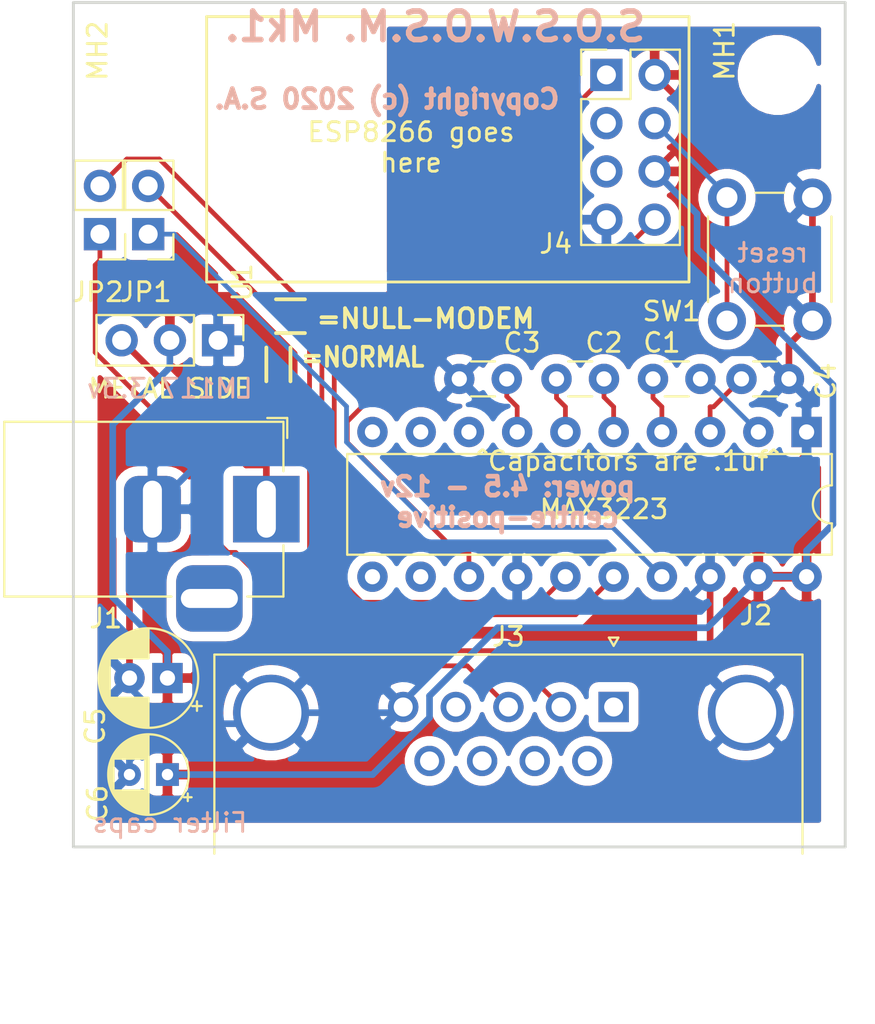
<source format=kicad_pcb>
(kicad_pcb (version 20171130) (host pcbnew "(5.1.5)-3")

  (general
    (thickness 1.6)
    (drawings 20)
    (tracks 121)
    (zones 0)
    (modules 16)
    (nets 30)
  )

  (page A4)
  (layers
    (0 F.Cu signal)
    (31 B.Cu signal)
    (32 B.Adhes user)
    (33 F.Adhes user)
    (34 B.Paste user)
    (35 F.Paste user)
    (36 B.SilkS user)
    (37 F.SilkS user)
    (38 B.Mask user)
    (39 F.Mask user)
    (40 Dwgs.User user)
    (41 Cmts.User user)
    (42 Eco1.User user)
    (43 Eco2.User user)
    (44 Edge.Cuts user)
    (45 Margin user)
    (46 B.CrtYd user)
    (47 F.CrtYd user)
    (48 B.Fab user)
    (49 F.Fab user)
  )

  (setup
    (last_trace_width 0.25)
    (trace_clearance 0.2)
    (zone_clearance 0.508)
    (zone_45_only no)
    (trace_min 0.2)
    (via_size 0.8)
    (via_drill 0.4)
    (via_min_size 0.4)
    (via_min_drill 0.3)
    (uvia_size 0.3)
    (uvia_drill 0.1)
    (uvias_allowed no)
    (uvia_min_size 0.2)
    (uvia_min_drill 0.1)
    (edge_width 0.15)
    (segment_width 0.2)
    (pcb_text_width 0.3)
    (pcb_text_size 1.5 1.5)
    (mod_edge_width 0.15)
    (mod_text_size 1 1)
    (mod_text_width 0.15)
    (pad_size 1.524 1.524)
    (pad_drill 0.762)
    (pad_to_mask_clearance 0.2)
    (aux_axis_origin 0 0)
    (visible_elements 7FFFFFFF)
    (pcbplotparams
      (layerselection 0x010f0_ffffffff)
      (usegerberextensions false)
      (usegerberattributes true)
      (usegerberadvancedattributes false)
      (creategerberjobfile false)
      (excludeedgelayer false)
      (linewidth 0.150000)
      (plotframeref false)
      (viasonmask false)
      (mode 1)
      (useauxorigin false)
      (hpglpennumber 1)
      (hpglpenspeed 20)
      (hpglpendiameter 15.000000)
      (psnegative false)
      (psa4output false)
      (plotreference true)
      (plotvalue true)
      (plotinvisibletext false)
      (padsonsilk false)
      (subtractmaskfromsilk false)
      (outputformat 1)
      (mirror false)
      (drillshape 0)
      (scaleselection 1)
      (outputdirectory "Gerbers/"))
  )

  (net 0 "")
  (net 1 C1+)
  (net 2 C1-)
  (net 3 C2-)
  (net 4 C2+)
  (net 5 V-out)
  (net 6 GND)
  (net 7 V+out)
  (net 8 5v)
  (net 9 /INVALIDn)
  (net 10 T2in)
  (net 11 T1in)
  (net 12 R1out)
  (net 13 R1in)
  (net 14 T1out)
  (net 15 T2out)
  (net 16 R2in)
  (net 17 3.3v)
  (net 18 R2out)
  (net 19 "Net-(J3-Pad1)")
  (net 20 "Net-(J3-Pad4)")
  (net 21 "Net-(J3-Pad6)")
  (net 22 "Net-(J3-Pad9)")
  (net 23 "Net-(J4-Pad7)")
  (net 24 "Net-(J3-Pad2)")
  (net 25 "Net-(J3-Pad3)")
  (net 26 "Net-(J3-Pad7)")
  (net 27 "Net-(J3-Pad8)")
  (net 28 "Net-(J4-Pad2)")
  (net 29 "Net-(J4-Pad3)")

  (net_class Default "This is the default net class."
    (clearance 0.2)
    (trace_width 0.25)
    (via_dia 0.8)
    (via_drill 0.4)
    (uvia_dia 0.3)
    (uvia_drill 0.1)
    (add_net /INVALIDn)
    (add_net C1+)
    (add_net C1-)
    (add_net C2+)
    (add_net C2-)
    (add_net "Net-(J3-Pad1)")
    (add_net "Net-(J3-Pad2)")
    (add_net "Net-(J3-Pad3)")
    (add_net "Net-(J3-Pad4)")
    (add_net "Net-(J3-Pad6)")
    (add_net "Net-(J3-Pad7)")
    (add_net "Net-(J3-Pad8)")
    (add_net "Net-(J3-Pad9)")
    (add_net "Net-(J4-Pad2)")
    (add_net "Net-(J4-Pad3)")
    (add_net "Net-(J4-Pad7)")
    (add_net R1in)
    (add_net R1out)
    (add_net R2in)
    (add_net R2out)
    (add_net T1in)
    (add_net T1out)
    (add_net T2in)
    (add_net T2out)
    (add_net V+out)
    (add_net V-out)
  )

  (net_class power ""
    (clearance 0.2)
    (trace_width 0.35)
    (via_dia 0.8)
    (via_drill 0.4)
    (uvia_dia 0.3)
    (uvia_drill 0.1)
    (add_net 3.3v)
    (add_net 5v)
    (add_net GND)
  )

  (module Connector_Dsub:DSUB-9_Female_Horizontal_P2.77x2.84mm_EdgePinOffset4.94mm_Housed_MountingHolesOffset7.48mm (layer F.Cu) (tedit 59FEDEE2) (tstamp 5DCFD13E)
    (at 117.348 94.234)
    (descr "9-pin D-Sub connector, horizontal/angled (90 deg), THT-mount, female, pitch 2.77x2.84mm, pin-PCB-offset 4.9399999999999995mm, distance of mounting holes 25mm, distance of mounting holes to PCB edge 7.4799999999999995mm, see https://disti-assets.s3.amazonaws.com/tonar/files/datasheets/16730.pdf")
    (tags "9-pin D-Sub connector horizontal angled 90deg THT female pitch 2.77x2.84mm pin-PCB-offset 4.9399999999999995mm mounting-holes-distance 25mm mounting-hole-offset 25mm")
    (path /5DA259D8)
    (fp_text reference J3 (at -5.54 -3.7) (layer F.SilkS)
      (effects (font (size 1 1) (thickness 0.15)))
    )
    (fp_text value DB9_Female_MountingHoles (at -5.54 15.85) (layer F.Fab)
      (effects (font (size 1 1) (thickness 0.15)))
    )
    (fp_arc (start -18.04 0.3) (end -19.64 0.3) (angle 180) (layer F.Fab) (width 0.1))
    (fp_arc (start 6.96 0.3) (end 5.36 0.3) (angle 180) (layer F.Fab) (width 0.1))
    (fp_line (start -20.965 -2.7) (end -20.965 7.78) (layer F.Fab) (width 0.1))
    (fp_line (start -20.965 7.78) (end 9.885 7.78) (layer F.Fab) (width 0.1))
    (fp_line (start 9.885 7.78) (end 9.885 -2.7) (layer F.Fab) (width 0.1))
    (fp_line (start 9.885 -2.7) (end -20.965 -2.7) (layer F.Fab) (width 0.1))
    (fp_line (start -20.965 7.78) (end -20.965 8.18) (layer F.Fab) (width 0.1))
    (fp_line (start -20.965 8.18) (end 9.885 8.18) (layer F.Fab) (width 0.1))
    (fp_line (start 9.885 8.18) (end 9.885 7.78) (layer F.Fab) (width 0.1))
    (fp_line (start 9.885 7.78) (end -20.965 7.78) (layer F.Fab) (width 0.1))
    (fp_line (start -13.69 8.18) (end -13.69 14.35) (layer F.Fab) (width 0.1))
    (fp_line (start -13.69 14.35) (end 2.61 14.35) (layer F.Fab) (width 0.1))
    (fp_line (start 2.61 14.35) (end 2.61 8.18) (layer F.Fab) (width 0.1))
    (fp_line (start 2.61 8.18) (end -13.69 8.18) (layer F.Fab) (width 0.1))
    (fp_line (start -20.54 8.18) (end -20.54 13.18) (layer F.Fab) (width 0.1))
    (fp_line (start -20.54 13.18) (end -15.54 13.18) (layer F.Fab) (width 0.1))
    (fp_line (start -15.54 13.18) (end -15.54 8.18) (layer F.Fab) (width 0.1))
    (fp_line (start -15.54 8.18) (end -20.54 8.18) (layer F.Fab) (width 0.1))
    (fp_line (start 4.46 8.18) (end 4.46 13.18) (layer F.Fab) (width 0.1))
    (fp_line (start 4.46 13.18) (end 9.46 13.18) (layer F.Fab) (width 0.1))
    (fp_line (start 9.46 13.18) (end 9.46 8.18) (layer F.Fab) (width 0.1))
    (fp_line (start 9.46 8.18) (end 4.46 8.18) (layer F.Fab) (width 0.1))
    (fp_line (start -19.64 7.78) (end -19.64 0.3) (layer F.Fab) (width 0.1))
    (fp_line (start -16.44 7.78) (end -16.44 0.3) (layer F.Fab) (width 0.1))
    (fp_line (start 5.36 7.78) (end 5.36 0.3) (layer F.Fab) (width 0.1))
    (fp_line (start 8.56 7.78) (end 8.56 0.3) (layer F.Fab) (width 0.1))
    (fp_line (start -21.025 7.72) (end -21.025 -2.76) (layer F.SilkS) (width 0.12))
    (fp_line (start -21.025 -2.76) (end 9.945 -2.76) (layer F.SilkS) (width 0.12))
    (fp_line (start 9.945 -2.76) (end 9.945 7.72) (layer F.SilkS) (width 0.12))
    (fp_line (start -0.25 -3.654338) (end 0.25 -3.654338) (layer F.SilkS) (width 0.12))
    (fp_line (start 0.25 -3.654338) (end 0 -3.221325) (layer F.SilkS) (width 0.12))
    (fp_line (start 0 -3.221325) (end -0.25 -3.654338) (layer F.SilkS) (width 0.12))
    (fp_line (start -21.5 -3.25) (end -21.5 14.85) (layer F.CrtYd) (width 0.05))
    (fp_line (start -21.5 14.85) (end 10.4 14.85) (layer F.CrtYd) (width 0.05))
    (fp_line (start 10.4 14.85) (end 10.4 -3.25) (layer F.CrtYd) (width 0.05))
    (fp_line (start 10.4 -3.25) (end -21.5 -3.25) (layer F.CrtYd) (width 0.05))
    (fp_text user %R (at -5.54 11.265) (layer F.Fab)
      (effects (font (size 1 1) (thickness 0.15)))
    )
    (pad 1 thru_hole rect (at 0 0) (size 1.6 1.6) (drill 1) (layers *.Cu *.Mask)
      (net 19 "Net-(J3-Pad1)"))
    (pad 2 thru_hole circle (at -2.77 0) (size 1.6 1.6) (drill 1) (layers *.Cu *.Mask)
      (net 24 "Net-(J3-Pad2)"))
    (pad 3 thru_hole circle (at -5.54 0) (size 1.6 1.6) (drill 1) (layers *.Cu *.Mask)
      (net 25 "Net-(J3-Pad3)"))
    (pad 4 thru_hole circle (at -8.31 0) (size 1.6 1.6) (drill 1) (layers *.Cu *.Mask)
      (net 20 "Net-(J3-Pad4)"))
    (pad 5 thru_hole circle (at -11.08 0) (size 1.6 1.6) (drill 1) (layers *.Cu *.Mask)
      (net 6 GND))
    (pad 6 thru_hole circle (at -1.385 2.84) (size 1.6 1.6) (drill 1) (layers *.Cu *.Mask)
      (net 21 "Net-(J3-Pad6)"))
    (pad 7 thru_hole circle (at -4.155 2.84) (size 1.6 1.6) (drill 1) (layers *.Cu *.Mask)
      (net 26 "Net-(J3-Pad7)"))
    (pad 8 thru_hole circle (at -6.925 2.84) (size 1.6 1.6) (drill 1) (layers *.Cu *.Mask)
      (net 27 "Net-(J3-Pad8)"))
    (pad 9 thru_hole circle (at -9.695 2.84) (size 1.6 1.6) (drill 1) (layers *.Cu *.Mask)
      (net 22 "Net-(J3-Pad9)"))
    (pad 0 thru_hole circle (at -18.04 0.3) (size 4 4) (drill 3.2) (layers *.Cu *.Mask)
      (net 6 GND))
    (pad 0 thru_hole circle (at 6.96 0.3) (size 4 4) (drill 3.2) (layers *.Cu *.Mask)
      (net 6 GND))
    (model ${KISYS3DMOD}/Connector_Dsub.3dshapes/DSUB-9_Female_Horizontal_P2.77x2.84mm_EdgePinOffset4.94mm_Housed_MountingHolesOffset7.48mm.wrl
      (at (xyz 0 0 0))
      (scale (xyz 1 1 1))
      (rotate (xyz 0 0 0))
    )
  )

  (module RF_Module:ESP-01 (layer F.Cu) (tedit 5E2C6DF6) (tstamp 5DDBCEE4)
    (at 116.967 60.96)
    (descr "Through hole straight pin header, 2x04, 2.54mm pitch, double rows")
    (tags "Through hole pin header THT 2x04 2.54mm double row")
    (path /5DA10B37)
    (fp_text reference J4 (at -2.667 8.89) (layer F.SilkS)
      (effects (font (size 1 1) (thickness 0.15)))
    )
    (fp_text value ESP-01 (at 0.54 12.17) (layer F.Fab)
      (effects (font (size 1 1) (thickness 0.15)))
    )
    (fp_line (start 0 -1.27) (end 3.81 -1.27) (layer F.Fab) (width 0.1))
    (fp_line (start 3.81 -1.27) (end 3.81 8.89) (layer F.Fab) (width 0.1))
    (fp_line (start 3.81 8.89) (end -1.27 8.89) (layer F.Fab) (width 0.1))
    (fp_line (start -1.27 8.89) (end -1.27 0) (layer F.Fab) (width 0.1))
    (fp_line (start -1.27 0) (end 0 -1.27) (layer F.Fab) (width 0.1))
    (fp_line (start -1.33 8.95) (end 3.87 8.95) (layer F.SilkS) (width 0.12))
    (fp_line (start -1.33 1.27) (end -1.33 8.95) (layer F.SilkS) (width 0.12))
    (fp_line (start 3.87 -1.33) (end 3.87 8.95) (layer F.SilkS) (width 0.12))
    (fp_line (start -1.33 1.27) (end 1.27 1.27) (layer F.SilkS) (width 0.12))
    (fp_line (start 1.27 1.27) (end 1.27 -1.33) (layer F.SilkS) (width 0.12))
    (fp_line (start 1.27 -1.33) (end 3.87 -1.33) (layer F.SilkS) (width 0.12))
    (fp_line (start -1.33 0) (end -1.33 -1.33) (layer F.SilkS) (width 0.12))
    (fp_line (start -1.33 -1.33) (end 0 -1.33) (layer F.SilkS) (width 0.12))
    (fp_text user %R (at 1.27 3.81 90) (layer F.Fab)
      (effects (font (size 1 1) (thickness 0.15)))
    )
    (fp_line (start 4.35 10.9) (end 4.35 -3.07) (layer F.SilkS) (width 0.15))
    (fp_line (start 4.35 -3.07) (end -21.05 -3.07) (layer F.SilkS) (width 0.15))
    (fp_line (start -21.05 -3.07) (end -21.05 10.9) (layer F.SilkS) (width 0.15))
    (fp_line (start -21.05 10.9) (end 4.35 10.9) (layer F.SilkS) (width 0.15))
    (pad 1 thru_hole rect (at 0 0) (size 1.7 1.7) (drill 1) (layers *.Cu *.Mask)
      (net 12 R1out))
    (pad 2 thru_hole oval (at 0 2.54) (size 1.7 1.7) (drill 1) (layers *.Cu *.Mask)
      (net 28 "Net-(J4-Pad2)"))
    (pad 3 thru_hole oval (at 0 5.08) (size 1.7 1.7) (drill 1) (layers *.Cu *.Mask)
      (net 29 "Net-(J4-Pad3)"))
    (pad 4 thru_hole oval (at 0 7.62) (size 1.7 1.7) (drill 1) (layers *.Cu *.Mask)
      (net 6 GND))
    (pad 5 thru_hole oval (at 2.54 7.62) (size 1.7 1.7) (drill 1) (layers *.Cu *.Mask)
      (net 11 T1in))
    (pad 6 thru_hole oval (at 2.54 5.08) (size 1.7 1.7) (drill 1) (layers *.Cu *.Mask)
      (net 17 3.3v))
    (pad 7 thru_hole oval (at 2.54 2.54) (size 1.7 1.7) (drill 1) (layers *.Cu *.Mask)
      (net 23 "Net-(J4-Pad7)"))
    (pad 8 thru_hole oval (at 2.54 0) (size 1.7 1.7) (drill 1) (layers *.Cu *.Mask)
      (net 17 3.3v))
    (model ${KISYS3DMOD}/Connector_PinHeader_2.54mm.3dshapes/PinHeader_2x04_P2.54mm_Vertical.wrl
      (at (xyz 0 0 0))
      (scale (xyz 1 1 1))
      (rotate (xyz 0 0 0))
    )
  )

  (module Capacitor_THT:CP_Radial_D5.0mm_P2.00mm (layer F.Cu) (tedit 5AE50EF0) (tstamp 5DC21FD8)
    (at 93.853 92.71 180)
    (descr "CP, Radial series, Radial, pin pitch=2.00mm, , diameter=5mm, Electrolytic Capacitor")
    (tags "CP Radial series Radial pin pitch 2.00mm  diameter 5mm Electrolytic Capacitor")
    (path /5DB5CC8C)
    (fp_text reference C5 (at 3.81 -2.54 270) (layer F.SilkS)
      (effects (font (size 1 1) (thickness 0.15)))
    )
    (fp_text value 10uf (at 1 3.75 180) (layer F.Fab)
      (effects (font (size 1 1) (thickness 0.15)))
    )
    (fp_circle (center 1 0) (end 3.5 0) (layer F.Fab) (width 0.1))
    (fp_circle (center 1 0) (end 3.62 0) (layer F.SilkS) (width 0.12))
    (fp_circle (center 1 0) (end 3.75 0) (layer F.CrtYd) (width 0.05))
    (fp_line (start -1.133605 -1.0875) (end -0.633605 -1.0875) (layer F.Fab) (width 0.1))
    (fp_line (start -0.883605 -1.3375) (end -0.883605 -0.8375) (layer F.Fab) (width 0.1))
    (fp_line (start 1 1.04) (end 1 2.58) (layer F.SilkS) (width 0.12))
    (fp_line (start 1 -2.58) (end 1 -1.04) (layer F.SilkS) (width 0.12))
    (fp_line (start 1.04 1.04) (end 1.04 2.58) (layer F.SilkS) (width 0.12))
    (fp_line (start 1.04 -2.58) (end 1.04 -1.04) (layer F.SilkS) (width 0.12))
    (fp_line (start 1.08 -2.579) (end 1.08 -1.04) (layer F.SilkS) (width 0.12))
    (fp_line (start 1.08 1.04) (end 1.08 2.579) (layer F.SilkS) (width 0.12))
    (fp_line (start 1.12 -2.578) (end 1.12 -1.04) (layer F.SilkS) (width 0.12))
    (fp_line (start 1.12 1.04) (end 1.12 2.578) (layer F.SilkS) (width 0.12))
    (fp_line (start 1.16 -2.576) (end 1.16 -1.04) (layer F.SilkS) (width 0.12))
    (fp_line (start 1.16 1.04) (end 1.16 2.576) (layer F.SilkS) (width 0.12))
    (fp_line (start 1.2 -2.573) (end 1.2 -1.04) (layer F.SilkS) (width 0.12))
    (fp_line (start 1.2 1.04) (end 1.2 2.573) (layer F.SilkS) (width 0.12))
    (fp_line (start 1.24 -2.569) (end 1.24 -1.04) (layer F.SilkS) (width 0.12))
    (fp_line (start 1.24 1.04) (end 1.24 2.569) (layer F.SilkS) (width 0.12))
    (fp_line (start 1.28 -2.565) (end 1.28 -1.04) (layer F.SilkS) (width 0.12))
    (fp_line (start 1.28 1.04) (end 1.28 2.565) (layer F.SilkS) (width 0.12))
    (fp_line (start 1.32 -2.561) (end 1.32 -1.04) (layer F.SilkS) (width 0.12))
    (fp_line (start 1.32 1.04) (end 1.32 2.561) (layer F.SilkS) (width 0.12))
    (fp_line (start 1.36 -2.556) (end 1.36 -1.04) (layer F.SilkS) (width 0.12))
    (fp_line (start 1.36 1.04) (end 1.36 2.556) (layer F.SilkS) (width 0.12))
    (fp_line (start 1.4 -2.55) (end 1.4 -1.04) (layer F.SilkS) (width 0.12))
    (fp_line (start 1.4 1.04) (end 1.4 2.55) (layer F.SilkS) (width 0.12))
    (fp_line (start 1.44 -2.543) (end 1.44 -1.04) (layer F.SilkS) (width 0.12))
    (fp_line (start 1.44 1.04) (end 1.44 2.543) (layer F.SilkS) (width 0.12))
    (fp_line (start 1.48 -2.536) (end 1.48 -1.04) (layer F.SilkS) (width 0.12))
    (fp_line (start 1.48 1.04) (end 1.48 2.536) (layer F.SilkS) (width 0.12))
    (fp_line (start 1.52 -2.528) (end 1.52 -1.04) (layer F.SilkS) (width 0.12))
    (fp_line (start 1.52 1.04) (end 1.52 2.528) (layer F.SilkS) (width 0.12))
    (fp_line (start 1.56 -2.52) (end 1.56 -1.04) (layer F.SilkS) (width 0.12))
    (fp_line (start 1.56 1.04) (end 1.56 2.52) (layer F.SilkS) (width 0.12))
    (fp_line (start 1.6 -2.511) (end 1.6 -1.04) (layer F.SilkS) (width 0.12))
    (fp_line (start 1.6 1.04) (end 1.6 2.511) (layer F.SilkS) (width 0.12))
    (fp_line (start 1.64 -2.501) (end 1.64 -1.04) (layer F.SilkS) (width 0.12))
    (fp_line (start 1.64 1.04) (end 1.64 2.501) (layer F.SilkS) (width 0.12))
    (fp_line (start 1.68 -2.491) (end 1.68 -1.04) (layer F.SilkS) (width 0.12))
    (fp_line (start 1.68 1.04) (end 1.68 2.491) (layer F.SilkS) (width 0.12))
    (fp_line (start 1.721 -2.48) (end 1.721 -1.04) (layer F.SilkS) (width 0.12))
    (fp_line (start 1.721 1.04) (end 1.721 2.48) (layer F.SilkS) (width 0.12))
    (fp_line (start 1.761 -2.468) (end 1.761 -1.04) (layer F.SilkS) (width 0.12))
    (fp_line (start 1.761 1.04) (end 1.761 2.468) (layer F.SilkS) (width 0.12))
    (fp_line (start 1.801 -2.455) (end 1.801 -1.04) (layer F.SilkS) (width 0.12))
    (fp_line (start 1.801 1.04) (end 1.801 2.455) (layer F.SilkS) (width 0.12))
    (fp_line (start 1.841 -2.442) (end 1.841 -1.04) (layer F.SilkS) (width 0.12))
    (fp_line (start 1.841 1.04) (end 1.841 2.442) (layer F.SilkS) (width 0.12))
    (fp_line (start 1.881 -2.428) (end 1.881 -1.04) (layer F.SilkS) (width 0.12))
    (fp_line (start 1.881 1.04) (end 1.881 2.428) (layer F.SilkS) (width 0.12))
    (fp_line (start 1.921 -2.414) (end 1.921 -1.04) (layer F.SilkS) (width 0.12))
    (fp_line (start 1.921 1.04) (end 1.921 2.414) (layer F.SilkS) (width 0.12))
    (fp_line (start 1.961 -2.398) (end 1.961 -1.04) (layer F.SilkS) (width 0.12))
    (fp_line (start 1.961 1.04) (end 1.961 2.398) (layer F.SilkS) (width 0.12))
    (fp_line (start 2.001 -2.382) (end 2.001 -1.04) (layer F.SilkS) (width 0.12))
    (fp_line (start 2.001 1.04) (end 2.001 2.382) (layer F.SilkS) (width 0.12))
    (fp_line (start 2.041 -2.365) (end 2.041 -1.04) (layer F.SilkS) (width 0.12))
    (fp_line (start 2.041 1.04) (end 2.041 2.365) (layer F.SilkS) (width 0.12))
    (fp_line (start 2.081 -2.348) (end 2.081 -1.04) (layer F.SilkS) (width 0.12))
    (fp_line (start 2.081 1.04) (end 2.081 2.348) (layer F.SilkS) (width 0.12))
    (fp_line (start 2.121 -2.329) (end 2.121 -1.04) (layer F.SilkS) (width 0.12))
    (fp_line (start 2.121 1.04) (end 2.121 2.329) (layer F.SilkS) (width 0.12))
    (fp_line (start 2.161 -2.31) (end 2.161 -1.04) (layer F.SilkS) (width 0.12))
    (fp_line (start 2.161 1.04) (end 2.161 2.31) (layer F.SilkS) (width 0.12))
    (fp_line (start 2.201 -2.29) (end 2.201 -1.04) (layer F.SilkS) (width 0.12))
    (fp_line (start 2.201 1.04) (end 2.201 2.29) (layer F.SilkS) (width 0.12))
    (fp_line (start 2.241 -2.268) (end 2.241 -1.04) (layer F.SilkS) (width 0.12))
    (fp_line (start 2.241 1.04) (end 2.241 2.268) (layer F.SilkS) (width 0.12))
    (fp_line (start 2.281 -2.247) (end 2.281 -1.04) (layer F.SilkS) (width 0.12))
    (fp_line (start 2.281 1.04) (end 2.281 2.247) (layer F.SilkS) (width 0.12))
    (fp_line (start 2.321 -2.224) (end 2.321 -1.04) (layer F.SilkS) (width 0.12))
    (fp_line (start 2.321 1.04) (end 2.321 2.224) (layer F.SilkS) (width 0.12))
    (fp_line (start 2.361 -2.2) (end 2.361 -1.04) (layer F.SilkS) (width 0.12))
    (fp_line (start 2.361 1.04) (end 2.361 2.2) (layer F.SilkS) (width 0.12))
    (fp_line (start 2.401 -2.175) (end 2.401 -1.04) (layer F.SilkS) (width 0.12))
    (fp_line (start 2.401 1.04) (end 2.401 2.175) (layer F.SilkS) (width 0.12))
    (fp_line (start 2.441 -2.149) (end 2.441 -1.04) (layer F.SilkS) (width 0.12))
    (fp_line (start 2.441 1.04) (end 2.441 2.149) (layer F.SilkS) (width 0.12))
    (fp_line (start 2.481 -2.122) (end 2.481 -1.04) (layer F.SilkS) (width 0.12))
    (fp_line (start 2.481 1.04) (end 2.481 2.122) (layer F.SilkS) (width 0.12))
    (fp_line (start 2.521 -2.095) (end 2.521 -1.04) (layer F.SilkS) (width 0.12))
    (fp_line (start 2.521 1.04) (end 2.521 2.095) (layer F.SilkS) (width 0.12))
    (fp_line (start 2.561 -2.065) (end 2.561 -1.04) (layer F.SilkS) (width 0.12))
    (fp_line (start 2.561 1.04) (end 2.561 2.065) (layer F.SilkS) (width 0.12))
    (fp_line (start 2.601 -2.035) (end 2.601 -1.04) (layer F.SilkS) (width 0.12))
    (fp_line (start 2.601 1.04) (end 2.601 2.035) (layer F.SilkS) (width 0.12))
    (fp_line (start 2.641 -2.004) (end 2.641 -1.04) (layer F.SilkS) (width 0.12))
    (fp_line (start 2.641 1.04) (end 2.641 2.004) (layer F.SilkS) (width 0.12))
    (fp_line (start 2.681 -1.971) (end 2.681 -1.04) (layer F.SilkS) (width 0.12))
    (fp_line (start 2.681 1.04) (end 2.681 1.971) (layer F.SilkS) (width 0.12))
    (fp_line (start 2.721 -1.937) (end 2.721 -1.04) (layer F.SilkS) (width 0.12))
    (fp_line (start 2.721 1.04) (end 2.721 1.937) (layer F.SilkS) (width 0.12))
    (fp_line (start 2.761 -1.901) (end 2.761 -1.04) (layer F.SilkS) (width 0.12))
    (fp_line (start 2.761 1.04) (end 2.761 1.901) (layer F.SilkS) (width 0.12))
    (fp_line (start 2.801 -1.864) (end 2.801 -1.04) (layer F.SilkS) (width 0.12))
    (fp_line (start 2.801 1.04) (end 2.801 1.864) (layer F.SilkS) (width 0.12))
    (fp_line (start 2.841 -1.826) (end 2.841 -1.04) (layer F.SilkS) (width 0.12))
    (fp_line (start 2.841 1.04) (end 2.841 1.826) (layer F.SilkS) (width 0.12))
    (fp_line (start 2.881 -1.785) (end 2.881 -1.04) (layer F.SilkS) (width 0.12))
    (fp_line (start 2.881 1.04) (end 2.881 1.785) (layer F.SilkS) (width 0.12))
    (fp_line (start 2.921 -1.743) (end 2.921 -1.04) (layer F.SilkS) (width 0.12))
    (fp_line (start 2.921 1.04) (end 2.921 1.743) (layer F.SilkS) (width 0.12))
    (fp_line (start 2.961 -1.699) (end 2.961 -1.04) (layer F.SilkS) (width 0.12))
    (fp_line (start 2.961 1.04) (end 2.961 1.699) (layer F.SilkS) (width 0.12))
    (fp_line (start 3.001 -1.653) (end 3.001 -1.04) (layer F.SilkS) (width 0.12))
    (fp_line (start 3.001 1.04) (end 3.001 1.653) (layer F.SilkS) (width 0.12))
    (fp_line (start 3.041 -1.605) (end 3.041 1.605) (layer F.SilkS) (width 0.12))
    (fp_line (start 3.081 -1.554) (end 3.081 1.554) (layer F.SilkS) (width 0.12))
    (fp_line (start 3.121 -1.5) (end 3.121 1.5) (layer F.SilkS) (width 0.12))
    (fp_line (start 3.161 -1.443) (end 3.161 1.443) (layer F.SilkS) (width 0.12))
    (fp_line (start 3.201 -1.383) (end 3.201 1.383) (layer F.SilkS) (width 0.12))
    (fp_line (start 3.241 -1.319) (end 3.241 1.319) (layer F.SilkS) (width 0.12))
    (fp_line (start 3.281 -1.251) (end 3.281 1.251) (layer F.SilkS) (width 0.12))
    (fp_line (start 3.321 -1.178) (end 3.321 1.178) (layer F.SilkS) (width 0.12))
    (fp_line (start 3.361 -1.098) (end 3.361 1.098) (layer F.SilkS) (width 0.12))
    (fp_line (start 3.401 -1.011) (end 3.401 1.011) (layer F.SilkS) (width 0.12))
    (fp_line (start 3.441 -0.915) (end 3.441 0.915) (layer F.SilkS) (width 0.12))
    (fp_line (start 3.481 -0.805) (end 3.481 0.805) (layer F.SilkS) (width 0.12))
    (fp_line (start 3.521 -0.677) (end 3.521 0.677) (layer F.SilkS) (width 0.12))
    (fp_line (start 3.561 -0.518) (end 3.561 0.518) (layer F.SilkS) (width 0.12))
    (fp_line (start 3.601 -0.284) (end 3.601 0.284) (layer F.SilkS) (width 0.12))
    (fp_line (start -1.804775 -1.475) (end -1.304775 -1.475) (layer F.SilkS) (width 0.12))
    (fp_line (start -1.554775 -1.725) (end -1.554775 -1.225) (layer F.SilkS) (width 0.12))
    (fp_text user %R (at 1 0 180) (layer F.Fab)
      (effects (font (size 1 1) (thickness 0.15)))
    )
    (pad 1 thru_hole rect (at 0 0 180) (size 1.6 1.6) (drill 0.8) (layers *.Cu *.Mask)
      (net 17 3.3v))
    (pad 2 thru_hole circle (at 2 0 180) (size 1.6 1.6) (drill 0.8) (layers *.Cu *.Mask)
      (net 6 GND))
    (model ${KISYS3DMOD}/Capacitor_THT.3dshapes/CP_Radial_D5.0mm_P2.00mm.wrl
      (at (xyz 0 0 0))
      (scale (xyz 1 1 1))
      (rotate (xyz 0 0 0))
    )
  )

  (module Capacitor_THT:C_Disc_D3.0mm_W1.6mm_P2.50mm (layer F.Cu) (tedit 5AE50EF0) (tstamp 5DC21FC8)
    (at 124.079 76.962)
    (descr "C, Disc series, Radial, pin pitch=2.50mm, , diameter*width=3.0*1.6mm^2, Capacitor, http://www.vishay.com/docs/45233/krseries.pdf")
    (tags "C Disc series Radial pin pitch 2.50mm  diameter 3.0mm width 1.6mm Capacitor")
    (path /5DA29F6A)
    (fp_text reference C4 (at 4.445 0.127 90) (layer F.SilkS)
      (effects (font (size 1 1) (thickness 0.15)))
    )
    (fp_text value .1uf (at 1.25 2.05) (layer F.Fab)
      (effects (font (size 1 1) (thickness 0.15)))
    )
    (fp_text user %R (at 1.25 0) (layer F.Fab)
      (effects (font (size 0.6 0.6) (thickness 0.09)))
    )
    (fp_line (start 3.55 -1.05) (end -1.05 -1.05) (layer F.CrtYd) (width 0.05))
    (fp_line (start 3.55 1.05) (end 3.55 -1.05) (layer F.CrtYd) (width 0.05))
    (fp_line (start -1.05 1.05) (end 3.55 1.05) (layer F.CrtYd) (width 0.05))
    (fp_line (start -1.05 -1.05) (end -1.05 1.05) (layer F.CrtYd) (width 0.05))
    (fp_line (start 0.621 0.92) (end 1.879 0.92) (layer F.SilkS) (width 0.12))
    (fp_line (start 0.621 -0.92) (end 1.879 -0.92) (layer F.SilkS) (width 0.12))
    (fp_line (start 2.75 -0.8) (end -0.25 -0.8) (layer F.Fab) (width 0.1))
    (fp_line (start 2.75 0.8) (end 2.75 -0.8) (layer F.Fab) (width 0.1))
    (fp_line (start -0.25 0.8) (end 2.75 0.8) (layer F.Fab) (width 0.1))
    (fp_line (start -0.25 -0.8) (end -0.25 0.8) (layer F.Fab) (width 0.1))
    (pad 2 thru_hole circle (at 2.5 0) (size 1.6 1.6) (drill 0.8) (layers *.Cu *.Mask)
      (net 6 GND))
    (pad 1 thru_hole circle (at 0 0) (size 1.6 1.6) (drill 0.8) (layers *.Cu *.Mask)
      (net 7 V+out))
    (model ${KISYS3DMOD}/Capacitor_THT.3dshapes/C_Disc_D3.0mm_W1.6mm_P2.50mm.wrl
      (at (xyz 0 0 0))
      (scale (xyz 1 1 1))
      (rotate (xyz 0 0 0))
    )
  )

  (module Capacitor_THT:C_Disc_D3.0mm_W1.6mm_P2.50mm (layer F.Cu) (tedit 5AE50EF0) (tstamp 5DC220D8)
    (at 109.22 76.962)
    (descr "C, Disc series, Radial, pin pitch=2.50mm, , diameter*width=3.0*1.6mm^2, Capacitor, http://www.vishay.com/docs/45233/krseries.pdf")
    (tags "C Disc series Radial pin pitch 2.50mm  diameter 3.0mm width 1.6mm Capacitor")
    (path /5DA29F9A)
    (fp_text reference C3 (at 3.302 -1.905) (layer F.SilkS)
      (effects (font (size 1 1) (thickness 0.15)))
    )
    (fp_text value .1uf (at 1.25 2.05) (layer F.Fab)
      (effects (font (size 1 1) (thickness 0.15)))
    )
    (fp_line (start -0.25 -0.8) (end -0.25 0.8) (layer F.Fab) (width 0.1))
    (fp_line (start -0.25 0.8) (end 2.75 0.8) (layer F.Fab) (width 0.1))
    (fp_line (start 2.75 0.8) (end 2.75 -0.8) (layer F.Fab) (width 0.1))
    (fp_line (start 2.75 -0.8) (end -0.25 -0.8) (layer F.Fab) (width 0.1))
    (fp_line (start 0.621 -0.92) (end 1.879 -0.92) (layer F.SilkS) (width 0.12))
    (fp_line (start 0.621 0.92) (end 1.879 0.92) (layer F.SilkS) (width 0.12))
    (fp_line (start -1.05 -1.05) (end -1.05 1.05) (layer F.CrtYd) (width 0.05))
    (fp_line (start -1.05 1.05) (end 3.55 1.05) (layer F.CrtYd) (width 0.05))
    (fp_line (start 3.55 1.05) (end 3.55 -1.05) (layer F.CrtYd) (width 0.05))
    (fp_line (start 3.55 -1.05) (end -1.05 -1.05) (layer F.CrtYd) (width 0.05))
    (fp_text user %R (at 1.25 0) (layer F.Fab)
      (effects (font (size 0.6 0.6) (thickness 0.09)))
    )
    (pad 1 thru_hole circle (at 0 0) (size 1.6 1.6) (drill 0.8) (layers *.Cu *.Mask)
      (net 6 GND))
    (pad 2 thru_hole circle (at 2.5 0) (size 1.6 1.6) (drill 0.8) (layers *.Cu *.Mask)
      (net 5 V-out))
    (model ${KISYS3DMOD}/Capacitor_THT.3dshapes/C_Disc_D3.0mm_W1.6mm_P2.50mm.wrl
      (at (xyz 0 0 0))
      (scale (xyz 1 1 1))
      (rotate (xyz 0 0 0))
    )
  )

  (module Capacitor_THT:C_Disc_D3.0mm_W1.6mm_P2.50mm (layer F.Cu) (tedit 5AE50EF0) (tstamp 5DC21FA8)
    (at 116.84 76.962 180)
    (descr "C, Disc series, Radial, pin pitch=2.50mm, , diameter*width=3.0*1.6mm^2, Capacitor, http://www.vishay.com/docs/45233/krseries.pdf")
    (tags "C Disc series Radial pin pitch 2.50mm  diameter 3.0mm width 1.6mm Capacitor")
    (path /5DA29DE0)
    (fp_text reference C2 (at 0 1.905 180) (layer F.SilkS)
      (effects (font (size 1 1) (thickness 0.15)))
    )
    (fp_text value .1uf (at 1.25 2.05 180) (layer F.Fab)
      (effects (font (size 1 1) (thickness 0.15)))
    )
    (fp_text user %R (at 1.25 0 180) (layer F.Fab)
      (effects (font (size 0.6 0.6) (thickness 0.09)))
    )
    (fp_line (start 3.55 -1.05) (end -1.05 -1.05) (layer F.CrtYd) (width 0.05))
    (fp_line (start 3.55 1.05) (end 3.55 -1.05) (layer F.CrtYd) (width 0.05))
    (fp_line (start -1.05 1.05) (end 3.55 1.05) (layer F.CrtYd) (width 0.05))
    (fp_line (start -1.05 -1.05) (end -1.05 1.05) (layer F.CrtYd) (width 0.05))
    (fp_line (start 0.621 0.92) (end 1.879 0.92) (layer F.SilkS) (width 0.12))
    (fp_line (start 0.621 -0.92) (end 1.879 -0.92) (layer F.SilkS) (width 0.12))
    (fp_line (start 2.75 -0.8) (end -0.25 -0.8) (layer F.Fab) (width 0.1))
    (fp_line (start 2.75 0.8) (end 2.75 -0.8) (layer F.Fab) (width 0.1))
    (fp_line (start -0.25 0.8) (end 2.75 0.8) (layer F.Fab) (width 0.1))
    (fp_line (start -0.25 -0.8) (end -0.25 0.8) (layer F.Fab) (width 0.1))
    (pad 2 thru_hole circle (at 2.5 0 180) (size 1.6 1.6) (drill 0.8) (layers *.Cu *.Mask)
      (net 3 C2-))
    (pad 1 thru_hole circle (at 0 0 180) (size 1.6 1.6) (drill 0.8) (layers *.Cu *.Mask)
      (net 4 C2+))
    (model ${KISYS3DMOD}/Capacitor_THT.3dshapes/C_Disc_D3.0mm_W1.6mm_P2.50mm.wrl
      (at (xyz 0 0 0))
      (scale (xyz 1 1 1))
      (rotate (xyz 0 0 0))
    )
  )

  (module Capacitor_THT:C_Disc_D3.0mm_W1.6mm_P2.50mm (layer F.Cu) (tedit 5AE50EF0) (tstamp 5DC21F98)
    (at 121.92 76.962 180)
    (descr "C, Disc series, Radial, pin pitch=2.50mm, , diameter*width=3.0*1.6mm^2, Capacitor, http://www.vishay.com/docs/45233/krseries.pdf")
    (tags "C Disc series Radial pin pitch 2.50mm  diameter 3.0mm width 1.6mm Capacitor")
    (path /5DA29C50)
    (fp_text reference C1 (at 2.032 1.905 180) (layer F.SilkS)
      (effects (font (size 1 1) (thickness 0.15)))
    )
    (fp_text value .1uf (at 1.25 2.05 180) (layer F.Fab)
      (effects (font (size 1 1) (thickness 0.15)))
    )
    (fp_line (start -0.25 -0.8) (end -0.25 0.8) (layer F.Fab) (width 0.1))
    (fp_line (start -0.25 0.8) (end 2.75 0.8) (layer F.Fab) (width 0.1))
    (fp_line (start 2.75 0.8) (end 2.75 -0.8) (layer F.Fab) (width 0.1))
    (fp_line (start 2.75 -0.8) (end -0.25 -0.8) (layer F.Fab) (width 0.1))
    (fp_line (start 0.621 -0.92) (end 1.879 -0.92) (layer F.SilkS) (width 0.12))
    (fp_line (start 0.621 0.92) (end 1.879 0.92) (layer F.SilkS) (width 0.12))
    (fp_line (start -1.05 -1.05) (end -1.05 1.05) (layer F.CrtYd) (width 0.05))
    (fp_line (start -1.05 1.05) (end 3.55 1.05) (layer F.CrtYd) (width 0.05))
    (fp_line (start 3.55 1.05) (end 3.55 -1.05) (layer F.CrtYd) (width 0.05))
    (fp_line (start 3.55 -1.05) (end -1.05 -1.05) (layer F.CrtYd) (width 0.05))
    (fp_text user %R (at 1.25 0 180) (layer F.Fab)
      (effects (font (size 0.6 0.6) (thickness 0.09)))
    )
    (pad 1 thru_hole circle (at 0 0 180) (size 1.6 1.6) (drill 0.8) (layers *.Cu *.Mask)
      (net 1 C1+))
    (pad 2 thru_hole circle (at 2.5 0 180) (size 1.6 1.6) (drill 0.8) (layers *.Cu *.Mask)
      (net 2 C1-))
    (model ${KISYS3DMOD}/Capacitor_THT.3dshapes/C_Disc_D3.0mm_W1.6mm_P2.50mm.wrl
      (at (xyz 0 0 0))
      (scale (xyz 1 1 1))
      (rotate (xyz 0 0 0))
    )
  )

  (module Package_DIP:DIP-20_W7.62mm (layer F.Cu) (tedit 5A02E8C5) (tstamp 5DCFD10A)
    (at 127.508 79.756 270)
    (descr "20-lead though-hole mounted DIP package, row spacing 7.62 mm (300 mils)")
    (tags "THT DIP DIL PDIP 2.54mm 7.62mm 300mil")
    (path /5DA26C0B)
    (fp_text reference J2 (at 9.652 2.667) (layer F.SilkS)
      (effects (font (size 1 1) (thickness 0.15)))
    )
    (fp_text value MAX3223 (at 3.81 25.19 270) (layer F.Fab)
      (effects (font (size 1 1) (thickness 0.15)))
    )
    (fp_arc (start 3.81 -1.33) (end 2.81 -1.33) (angle -180) (layer F.SilkS) (width 0.12))
    (fp_line (start 1.635 -1.27) (end 6.985 -1.27) (layer F.Fab) (width 0.1))
    (fp_line (start 6.985 -1.27) (end 6.985 24.13) (layer F.Fab) (width 0.1))
    (fp_line (start 6.985 24.13) (end 0.635 24.13) (layer F.Fab) (width 0.1))
    (fp_line (start 0.635 24.13) (end 0.635 -0.27) (layer F.Fab) (width 0.1))
    (fp_line (start 0.635 -0.27) (end 1.635 -1.27) (layer F.Fab) (width 0.1))
    (fp_line (start 2.81 -1.33) (end 1.16 -1.33) (layer F.SilkS) (width 0.12))
    (fp_line (start 1.16 -1.33) (end 1.16 24.19) (layer F.SilkS) (width 0.12))
    (fp_line (start 1.16 24.19) (end 6.46 24.19) (layer F.SilkS) (width 0.12))
    (fp_line (start 6.46 24.19) (end 6.46 -1.33) (layer F.SilkS) (width 0.12))
    (fp_line (start 6.46 -1.33) (end 4.81 -1.33) (layer F.SilkS) (width 0.12))
    (fp_line (start -1.1 -1.55) (end -1.1 24.4) (layer F.CrtYd) (width 0.05))
    (fp_line (start -1.1 24.4) (end 8.7 24.4) (layer F.CrtYd) (width 0.05))
    (fp_line (start 8.7 24.4) (end 8.7 -1.55) (layer F.CrtYd) (width 0.05))
    (fp_line (start 8.7 -1.55) (end -1.1 -1.55) (layer F.CrtYd) (width 0.05))
    (fp_text user %R (at 3.81 11.43 270) (layer F.Fab)
      (effects (font (size 1 1) (thickness 0.15)))
    )
    (pad 1 thru_hole rect (at 0 0 270) (size 1.6 1.6) (drill 0.8) (layers *.Cu *.Mask)
      (net 6 GND))
    (pad 11 thru_hole oval (at 7.62 22.86 270) (size 1.6 1.6) (drill 0.8) (layers *.Cu *.Mask)
      (net 9 /INVALIDn))
    (pad 2 thru_hole oval (at 0 2.54 270) (size 1.6 1.6) (drill 0.8) (layers *.Cu *.Mask)
      (net 1 C1+))
    (pad 12 thru_hole oval (at 7.62 20.32 270) (size 1.6 1.6) (drill 0.8) (layers *.Cu *.Mask)
      (net 10 T2in))
    (pad 3 thru_hole oval (at 0 5.08 270) (size 1.6 1.6) (drill 0.8) (layers *.Cu *.Mask)
      (net 7 V+out))
    (pad 13 thru_hole oval (at 7.62 17.78 270) (size 1.6 1.6) (drill 0.8) (layers *.Cu *.Mask)
      (net 11 T1in))
    (pad 4 thru_hole oval (at 0 7.62 270) (size 1.6 1.6) (drill 0.8) (layers *.Cu *.Mask)
      (net 2 C1-))
    (pad 14 thru_hole oval (at 7.62 15.24 270) (size 1.6 1.6) (drill 0.8) (layers *.Cu *.Mask)
      (net 6 GND))
    (pad 5 thru_hole oval (at 0 10.16 270) (size 1.6 1.6) (drill 0.8) (layers *.Cu *.Mask)
      (net 4 C2+))
    (pad 15 thru_hole oval (at 7.62 12.7 270) (size 1.6 1.6) (drill 0.8) (layers *.Cu *.Mask)
      (net 12 R1out))
    (pad 6 thru_hole oval (at 0 12.7 270) (size 1.6 1.6) (drill 0.8) (layers *.Cu *.Mask)
      (net 3 C2-))
    (pad 16 thru_hole oval (at 7.62 10.16 270) (size 1.6 1.6) (drill 0.8) (layers *.Cu *.Mask)
      (net 13 R1in))
    (pad 7 thru_hole oval (at 0 15.24 270) (size 1.6 1.6) (drill 0.8) (layers *.Cu *.Mask)
      (net 5 V-out))
    (pad 17 thru_hole oval (at 7.62 7.62 270) (size 1.6 1.6) (drill 0.8) (layers *.Cu *.Mask)
      (net 14 T1out))
    (pad 8 thru_hole oval (at 0 17.78 270) (size 1.6 1.6) (drill 0.8) (layers *.Cu *.Mask)
      (net 15 T2out))
    (pad 18 thru_hole oval (at 7.62 5.08 270) (size 1.6 1.6) (drill 0.8) (layers *.Cu *.Mask)
      (net 6 GND))
    (pad 9 thru_hole oval (at 0 20.32 270) (size 1.6 1.6) (drill 0.8) (layers *.Cu *.Mask)
      (net 16 R2in))
    (pad 19 thru_hole oval (at 7.62 2.54 270) (size 1.6 1.6) (drill 0.8) (layers *.Cu *.Mask)
      (net 17 3.3v))
    (pad 10 thru_hole oval (at 0 22.86 270) (size 1.6 1.6) (drill 0.8) (layers *.Cu *.Mask)
      (net 18 R2out))
    (pad 20 thru_hole oval (at 7.62 0 270) (size 1.6 1.6) (drill 0.8) (layers *.Cu *.Mask)
      (net 17 3.3v))
    (model ${KISYS3DMOD}/Package_DIP.3dshapes/DIP-20_W7.62mm.wrl
      (at (xyz 0 0 0))
      (scale (xyz 1 1 1))
      (rotate (xyz 0 0 0))
    )
  )

  (module Button_Switch_THT:SW_PUSH_6mm (layer F.Cu) (tedit 5A02FE31) (tstamp 5DC229B8)
    (at 123.317 73.914 90)
    (descr https://www.omron.com/ecb/products/pdf/en-b3f.pdf)
    (tags "tact sw push 6mm")
    (path /5DA112F4)
    (fp_text reference SW1 (at 0.508 -2.921 180) (layer F.SilkS)
      (effects (font (size 1 1) (thickness 0.15)))
    )
    (fp_text value SW_Push (at 3.75 6.7 90) (layer F.Fab)
      (effects (font (size 1 1) (thickness 0.15)))
    )
    (fp_text user %R (at 3.25 2.25 90) (layer F.Fab)
      (effects (font (size 1 1) (thickness 0.15)))
    )
    (fp_line (start 3.25 -0.75) (end 6.25 -0.75) (layer F.Fab) (width 0.1))
    (fp_line (start 6.25 -0.75) (end 6.25 5.25) (layer F.Fab) (width 0.1))
    (fp_line (start 6.25 5.25) (end 0.25 5.25) (layer F.Fab) (width 0.1))
    (fp_line (start 0.25 5.25) (end 0.25 -0.75) (layer F.Fab) (width 0.1))
    (fp_line (start 0.25 -0.75) (end 3.25 -0.75) (layer F.Fab) (width 0.1))
    (fp_line (start 7.75 6) (end 8 6) (layer F.CrtYd) (width 0.05))
    (fp_line (start 8 6) (end 8 5.75) (layer F.CrtYd) (width 0.05))
    (fp_line (start 7.75 -1.5) (end 8 -1.5) (layer F.CrtYd) (width 0.05))
    (fp_line (start 8 -1.5) (end 8 -1.25) (layer F.CrtYd) (width 0.05))
    (fp_line (start -1.5 -1.25) (end -1.5 -1.5) (layer F.CrtYd) (width 0.05))
    (fp_line (start -1.5 -1.5) (end -1.25 -1.5) (layer F.CrtYd) (width 0.05))
    (fp_line (start -1.5 5.75) (end -1.5 6) (layer F.CrtYd) (width 0.05))
    (fp_line (start -1.5 6) (end -1.25 6) (layer F.CrtYd) (width 0.05))
    (fp_line (start -1.25 -1.5) (end 7.75 -1.5) (layer F.CrtYd) (width 0.05))
    (fp_line (start -1.5 5.75) (end -1.5 -1.25) (layer F.CrtYd) (width 0.05))
    (fp_line (start 7.75 6) (end -1.25 6) (layer F.CrtYd) (width 0.05))
    (fp_line (start 8 -1.25) (end 8 5.75) (layer F.CrtYd) (width 0.05))
    (fp_line (start 1 5.5) (end 5.5 5.5) (layer F.SilkS) (width 0.12))
    (fp_line (start -0.25 1.5) (end -0.25 3) (layer F.SilkS) (width 0.12))
    (fp_line (start 5.5 -1) (end 1 -1) (layer F.SilkS) (width 0.12))
    (fp_line (start 6.75 3) (end 6.75 1.5) (layer F.SilkS) (width 0.12))
    (fp_circle (center 3.25 2.25) (end 1.25 2.5) (layer F.Fab) (width 0.1))
    (pad 2 thru_hole circle (at 0 4.5 180) (size 2 2) (drill 1.1) (layers *.Cu *.Mask)
      (net 6 GND))
    (pad 1 thru_hole circle (at 0 0 180) (size 2 2) (drill 1.1) (layers *.Cu *.Mask)
      (net 23 "Net-(J4-Pad7)"))
    (pad 2 thru_hole circle (at 6.5 4.5 180) (size 2 2) (drill 1.1) (layers *.Cu *.Mask)
      (net 6 GND))
    (pad 1 thru_hole circle (at 6.5 0 180) (size 2 2) (drill 1.1) (layers *.Cu *.Mask)
      (net 23 "Net-(J4-Pad7)"))
    (model ${KISYS3DMOD}/Button_Switch_THT.3dshapes/SW_PUSH_6mm.wrl
      (at (xyz 0 0 0))
      (scale (xyz 1 1 1))
      (rotate (xyz 0 0 0))
    )
  )

  (module Connector_PinHeader_2.54mm:PinHeader_1x02_P2.54mm_Vertical (layer F.Cu) (tedit 59FED5CC) (tstamp 5DBE093E)
    (at 92.837 69.342 180)
    (descr "Through hole straight pin header, 1x02, 2.54mm pitch, single row")
    (tags "Through hole pin header THT 1x02 2.54mm single row")
    (path /5DAB3FDD)
    (fp_text reference JP1 (at 0.127 -3.048 180) (layer F.SilkS)
      (effects (font (size 1 1) (thickness 0.15)))
    )
    (fp_text value Jumper (at -0.555001 4.87 180) (layer F.Fab)
      (effects (font (size 1 1) (thickness 0.15)))
    )
    (fp_line (start -0.635 -1.27) (end 1.27 -1.27) (layer F.Fab) (width 0.1))
    (fp_line (start 1.27 -1.27) (end 1.27 3.81) (layer F.Fab) (width 0.1))
    (fp_line (start 1.27 3.81) (end -1.27 3.81) (layer F.Fab) (width 0.1))
    (fp_line (start -1.27 3.81) (end -1.27 -0.635) (layer F.Fab) (width 0.1))
    (fp_line (start -1.27 -0.635) (end -0.635 -1.27) (layer F.Fab) (width 0.1))
    (fp_line (start -1.33 3.87) (end 1.33 3.87) (layer F.SilkS) (width 0.12))
    (fp_line (start -1.33 1.27) (end -1.33 3.87) (layer F.SilkS) (width 0.12))
    (fp_line (start 1.33 1.27) (end 1.33 3.87) (layer F.SilkS) (width 0.12))
    (fp_line (start -1.33 1.27) (end 1.33 1.27) (layer F.SilkS) (width 0.12))
    (fp_line (start -1.33 0) (end -1.33 -1.33) (layer F.SilkS) (width 0.12))
    (fp_line (start -1.33 -1.33) (end 0 -1.33) (layer F.SilkS) (width 0.12))
    (fp_line (start -1.8 -1.8) (end -1.8 4.35) (layer F.CrtYd) (width 0.05))
    (fp_line (start -1.8 4.35) (end 1.8 4.35) (layer F.CrtYd) (width 0.05))
    (fp_line (start 1.8 4.35) (end 1.8 -1.8) (layer F.CrtYd) (width 0.05))
    (fp_line (start 1.8 -1.8) (end -1.8 -1.8) (layer F.CrtYd) (width 0.05))
    (fp_text user %R (at 0 1.27 270) (layer F.Fab)
      (effects (font (size 1 1) (thickness 0.15)))
    )
    (pad 1 thru_hole rect (at 0 0 180) (size 1.7 1.7) (drill 1) (layers *.Cu *.Mask)
      (net 14 T1out))
    (pad 2 thru_hole oval (at 0 2.54 180) (size 1.7 1.7) (drill 1) (layers *.Cu *.Mask)
      (net 24 "Net-(J3-Pad2)"))
    (model ${KISYS3DMOD}/Connector_PinHeader_2.54mm.3dshapes/PinHeader_1x02_P2.54mm_Vertical.wrl
      (at (xyz 0 0 0))
      (scale (xyz 1 1 1))
      (rotate (xyz 0 0 0))
    )
  )

  (module Connector_PinHeader_2.54mm:PinHeader_1x02_P2.54mm_Vertical (layer F.Cu) (tedit 59FED5CC) (tstamp 5DBE08FF)
    (at 90.297 69.342 180)
    (descr "Through hole straight pin header, 1x02, 2.54mm pitch, single row")
    (tags "Through hole pin header THT 1x02 2.54mm single row")
    (path /5DAB4086)
    (fp_text reference JP2 (at 0.127 -3.048) (layer F.SilkS)
      (effects (font (size 1 1) (thickness 0.15)))
    )
    (fp_text value Jumper (at 0.874999 4.87 180) (layer F.Fab)
      (effects (font (size 1 1) (thickness 0.15)))
    )
    (fp_text user %R (at 0 1.27 270) (layer F.Fab)
      (effects (font (size 1 1) (thickness 0.15)))
    )
    (fp_line (start 1.8 -1.8) (end -1.8 -1.8) (layer F.CrtYd) (width 0.05))
    (fp_line (start 1.8 4.35) (end 1.8 -1.8) (layer F.CrtYd) (width 0.05))
    (fp_line (start -1.8 4.35) (end 1.8 4.35) (layer F.CrtYd) (width 0.05))
    (fp_line (start -1.8 -1.8) (end -1.8 4.35) (layer F.CrtYd) (width 0.05))
    (fp_line (start -1.33 -1.33) (end 0 -1.33) (layer F.SilkS) (width 0.12))
    (fp_line (start -1.33 0) (end -1.33 -1.33) (layer F.SilkS) (width 0.12))
    (fp_line (start -1.33 1.27) (end 1.33 1.27) (layer F.SilkS) (width 0.12))
    (fp_line (start 1.33 1.27) (end 1.33 3.87) (layer F.SilkS) (width 0.12))
    (fp_line (start -1.33 1.27) (end -1.33 3.87) (layer F.SilkS) (width 0.12))
    (fp_line (start -1.33 3.87) (end 1.33 3.87) (layer F.SilkS) (width 0.12))
    (fp_line (start -1.27 -0.635) (end -0.635 -1.27) (layer F.Fab) (width 0.1))
    (fp_line (start -1.27 3.81) (end -1.27 -0.635) (layer F.Fab) (width 0.1))
    (fp_line (start 1.27 3.81) (end -1.27 3.81) (layer F.Fab) (width 0.1))
    (fp_line (start 1.27 -1.27) (end 1.27 3.81) (layer F.Fab) (width 0.1))
    (fp_line (start -0.635 -1.27) (end 1.27 -1.27) (layer F.Fab) (width 0.1))
    (pad 2 thru_hole oval (at 0 2.54 180) (size 1.7 1.7) (drill 1) (layers *.Cu *.Mask)
      (net 13 R1in))
    (pad 1 thru_hole rect (at 0 0 180) (size 1.7 1.7) (drill 1) (layers *.Cu *.Mask)
      (net 25 "Net-(J3-Pad3)"))
    (model ${KISYS3DMOD}/Connector_PinHeader_2.54mm.3dshapes/PinHeader_1x02_P2.54mm_Vertical.wrl
      (at (xyz 0 0 0))
      (scale (xyz 1 1 1))
      (rotate (xyz 0 0 0))
    )
  )

  (module Connector_PinHeader_2.54mm:PinHeader_1x03_P2.54mm_Vertical (layer F.Cu) (tedit 59FED5CC) (tstamp 5DBE33F3)
    (at 96.52 74.93 270)
    (descr "Through hole straight pin header, 1x03, 2.54mm pitch, single row")
    (tags "Through hole pin header THT 1x03 2.54mm single row")
    (path /5DA25F52)
    (fp_text reference U1 (at -3.048 -1.27 270) (layer F.SilkS)
      (effects (font (size 1 1) (thickness 0.15)))
    )
    (fp_text value LM1117-3.3 (at 0 7.41 270) (layer F.Fab)
      (effects (font (size 1 1) (thickness 0.15)))
    )
    (fp_line (start -0.635 -1.27) (end 1.27 -1.27) (layer F.Fab) (width 0.1))
    (fp_line (start 1.27 -1.27) (end 1.27 6.35) (layer F.Fab) (width 0.1))
    (fp_line (start 1.27 6.35) (end -1.27 6.35) (layer F.Fab) (width 0.1))
    (fp_line (start -1.27 6.35) (end -1.27 -0.635) (layer F.Fab) (width 0.1))
    (fp_line (start -1.27 -0.635) (end -0.635 -1.27) (layer F.Fab) (width 0.1))
    (fp_line (start -1.33 6.41) (end 1.33 6.41) (layer F.SilkS) (width 0.12))
    (fp_line (start -1.33 1.27) (end -1.33 6.41) (layer F.SilkS) (width 0.12))
    (fp_line (start 1.33 1.27) (end 1.33 6.41) (layer F.SilkS) (width 0.12))
    (fp_line (start -1.33 1.27) (end 1.33 1.27) (layer F.SilkS) (width 0.12))
    (fp_line (start -1.33 0) (end -1.33 -1.33) (layer F.SilkS) (width 0.12))
    (fp_line (start -1.33 -1.33) (end 0 -1.33) (layer F.SilkS) (width 0.12))
    (fp_line (start -1.8 -1.8) (end -1.8 6.85) (layer F.CrtYd) (width 0.05))
    (fp_line (start -1.8 6.85) (end 1.8 6.85) (layer F.CrtYd) (width 0.05))
    (fp_line (start 1.8 6.85) (end 1.8 -1.8) (layer F.CrtYd) (width 0.05))
    (fp_line (start 1.8 -1.8) (end -1.8 -1.8) (layer F.CrtYd) (width 0.05))
    (fp_text user %R (at 0 2.54 180) (layer F.Fab)
      (effects (font (size 1 1) (thickness 0.15)))
    )
    (pad 1 thru_hole rect (at 0 0 270) (size 1.7 1.7) (drill 1) (layers *.Cu *.Mask)
      (net 6 GND))
    (pad 2 thru_hole oval (at 0 2.54 270) (size 1.7 1.7) (drill 1) (layers *.Cu *.Mask)
      (net 17 3.3v))
    (pad 3 thru_hole oval (at 0 5.08 270) (size 1.7 1.7) (drill 1) (layers *.Cu *.Mask)
      (net 8 5v))
    (model ${KISYS3DMOD}/Connector_PinHeader_2.54mm.3dshapes/PinHeader_1x03_P2.54mm_Vertical.wrl
      (at (xyz 0 0 0))
      (scale (xyz 1 1 1))
      (rotate (xyz 0 0 0))
    )
  )

  (module MountingHole:MountingHole_3.2mm_M3 (layer F.Cu) (tedit 56D1B4CB) (tstamp 5DBE7DA0)
    (at 125.984 60.96)
    (descr "Mounting Hole 3.2mm, no annular, M3")
    (tags "mounting hole 3.2mm no annular m3")
    (path /5DB2454C)
    (attr virtual)
    (fp_text reference MH1 (at -2.794 -1.27 90) (layer F.SilkS)
      (effects (font (size 1 1) (thickness 0.15)))
    )
    (fp_text value MountingHole (at 0 4.2) (layer F.Fab)
      (effects (font (size 1 1) (thickness 0.15)))
    )
    (fp_text user %R (at 0.3 0) (layer F.Fab)
      (effects (font (size 1 1) (thickness 0.15)))
    )
    (fp_circle (center 0 0) (end 3.2 0) (layer Cmts.User) (width 0.15))
    (fp_circle (center 0 0) (end 3.45 0) (layer F.CrtYd) (width 0.05))
    (pad 1 np_thru_hole circle (at 0 0) (size 3.2 3.2) (drill 3.2) (layers *.Cu *.Mask))
  )

  (module MountingHole:MountingHole_3.2mm_M3 (layer F.Cu) (tedit 56D1B4CB) (tstamp 5DBE7DA8)
    (at 92.456 60.96)
    (descr "Mounting Hole 3.2mm, no annular, M3")
    (tags "mounting hole 3.2mm no annular m3")
    (path /5DB245DA)
    (attr virtual)
    (fp_text reference MH2 (at -2.286 -1.27 90) (layer F.SilkS)
      (effects (font (size 1 1) (thickness 0.15)))
    )
    (fp_text value MountingHole (at 0 4.2) (layer F.Fab)
      (effects (font (size 1 1) (thickness 0.15)))
    )
    (fp_circle (center 0 0) (end 3.45 0) (layer F.CrtYd) (width 0.05))
    (fp_circle (center 0 0) (end 3.2 0) (layer Cmts.User) (width 0.15))
    (fp_text user %R (at 0.3 0) (layer F.Fab)
      (effects (font (size 1 1) (thickness 0.15)))
    )
    (pad 1 np_thru_hole circle (at 0 0) (size 3.2 3.2) (drill 3.2) (layers *.Cu *.Mask))
  )

  (module Capacitor_THT:CP_Radial_D4.0mm_P2.00mm (layer F.Cu) (tedit 5AE50EF0) (tstamp 5DD641B1)
    (at 93.853 97.79 180)
    (descr "CP, Radial series, Radial, pin pitch=2.00mm, , diameter=4mm, Electrolytic Capacitor")
    (tags "CP Radial series Radial pin pitch 2.00mm  diameter 4mm Electrolytic Capacitor")
    (path /5DC9F910)
    (fp_text reference C6 (at 3.683 -1.524 270) (layer F.SilkS)
      (effects (font (size 1 1) (thickness 0.15)))
    )
    (fp_text value 1uf (at 1 3.25 180) (layer F.Fab)
      (effects (font (size 1 1) (thickness 0.15)))
    )
    (fp_circle (center 1 0) (end 3 0) (layer F.Fab) (width 0.1))
    (fp_circle (center 1 0) (end 3.12 0) (layer F.SilkS) (width 0.12))
    (fp_circle (center 1 0) (end 3.25 0) (layer F.CrtYd) (width 0.05))
    (fp_line (start -0.702554 -0.8675) (end -0.302554 -0.8675) (layer F.Fab) (width 0.1))
    (fp_line (start -0.502554 -1.0675) (end -0.502554 -0.6675) (layer F.Fab) (width 0.1))
    (fp_line (start 1 -2.08) (end 1 2.08) (layer F.SilkS) (width 0.12))
    (fp_line (start 1.04 -2.08) (end 1.04 2.08) (layer F.SilkS) (width 0.12))
    (fp_line (start 1.08 -2.079) (end 1.08 2.079) (layer F.SilkS) (width 0.12))
    (fp_line (start 1.12 -2.077) (end 1.12 2.077) (layer F.SilkS) (width 0.12))
    (fp_line (start 1.16 -2.074) (end 1.16 2.074) (layer F.SilkS) (width 0.12))
    (fp_line (start 1.2 -2.071) (end 1.2 -0.84) (layer F.SilkS) (width 0.12))
    (fp_line (start 1.2 0.84) (end 1.2 2.071) (layer F.SilkS) (width 0.12))
    (fp_line (start 1.24 -2.067) (end 1.24 -0.84) (layer F.SilkS) (width 0.12))
    (fp_line (start 1.24 0.84) (end 1.24 2.067) (layer F.SilkS) (width 0.12))
    (fp_line (start 1.28 -2.062) (end 1.28 -0.84) (layer F.SilkS) (width 0.12))
    (fp_line (start 1.28 0.84) (end 1.28 2.062) (layer F.SilkS) (width 0.12))
    (fp_line (start 1.32 -2.056) (end 1.32 -0.84) (layer F.SilkS) (width 0.12))
    (fp_line (start 1.32 0.84) (end 1.32 2.056) (layer F.SilkS) (width 0.12))
    (fp_line (start 1.36 -2.05) (end 1.36 -0.84) (layer F.SilkS) (width 0.12))
    (fp_line (start 1.36 0.84) (end 1.36 2.05) (layer F.SilkS) (width 0.12))
    (fp_line (start 1.4 -2.042) (end 1.4 -0.84) (layer F.SilkS) (width 0.12))
    (fp_line (start 1.4 0.84) (end 1.4 2.042) (layer F.SilkS) (width 0.12))
    (fp_line (start 1.44 -2.034) (end 1.44 -0.84) (layer F.SilkS) (width 0.12))
    (fp_line (start 1.44 0.84) (end 1.44 2.034) (layer F.SilkS) (width 0.12))
    (fp_line (start 1.48 -2.025) (end 1.48 -0.84) (layer F.SilkS) (width 0.12))
    (fp_line (start 1.48 0.84) (end 1.48 2.025) (layer F.SilkS) (width 0.12))
    (fp_line (start 1.52 -2.016) (end 1.52 -0.84) (layer F.SilkS) (width 0.12))
    (fp_line (start 1.52 0.84) (end 1.52 2.016) (layer F.SilkS) (width 0.12))
    (fp_line (start 1.56 -2.005) (end 1.56 -0.84) (layer F.SilkS) (width 0.12))
    (fp_line (start 1.56 0.84) (end 1.56 2.005) (layer F.SilkS) (width 0.12))
    (fp_line (start 1.6 -1.994) (end 1.6 -0.84) (layer F.SilkS) (width 0.12))
    (fp_line (start 1.6 0.84) (end 1.6 1.994) (layer F.SilkS) (width 0.12))
    (fp_line (start 1.64 -1.982) (end 1.64 -0.84) (layer F.SilkS) (width 0.12))
    (fp_line (start 1.64 0.84) (end 1.64 1.982) (layer F.SilkS) (width 0.12))
    (fp_line (start 1.68 -1.968) (end 1.68 -0.84) (layer F.SilkS) (width 0.12))
    (fp_line (start 1.68 0.84) (end 1.68 1.968) (layer F.SilkS) (width 0.12))
    (fp_line (start 1.721 -1.954) (end 1.721 -0.84) (layer F.SilkS) (width 0.12))
    (fp_line (start 1.721 0.84) (end 1.721 1.954) (layer F.SilkS) (width 0.12))
    (fp_line (start 1.761 -1.94) (end 1.761 -0.84) (layer F.SilkS) (width 0.12))
    (fp_line (start 1.761 0.84) (end 1.761 1.94) (layer F.SilkS) (width 0.12))
    (fp_line (start 1.801 -1.924) (end 1.801 -0.84) (layer F.SilkS) (width 0.12))
    (fp_line (start 1.801 0.84) (end 1.801 1.924) (layer F.SilkS) (width 0.12))
    (fp_line (start 1.841 -1.907) (end 1.841 -0.84) (layer F.SilkS) (width 0.12))
    (fp_line (start 1.841 0.84) (end 1.841 1.907) (layer F.SilkS) (width 0.12))
    (fp_line (start 1.881 -1.889) (end 1.881 -0.84) (layer F.SilkS) (width 0.12))
    (fp_line (start 1.881 0.84) (end 1.881 1.889) (layer F.SilkS) (width 0.12))
    (fp_line (start 1.921 -1.87) (end 1.921 -0.84) (layer F.SilkS) (width 0.12))
    (fp_line (start 1.921 0.84) (end 1.921 1.87) (layer F.SilkS) (width 0.12))
    (fp_line (start 1.961 -1.851) (end 1.961 -0.84) (layer F.SilkS) (width 0.12))
    (fp_line (start 1.961 0.84) (end 1.961 1.851) (layer F.SilkS) (width 0.12))
    (fp_line (start 2.001 -1.83) (end 2.001 -0.84) (layer F.SilkS) (width 0.12))
    (fp_line (start 2.001 0.84) (end 2.001 1.83) (layer F.SilkS) (width 0.12))
    (fp_line (start 2.041 -1.808) (end 2.041 -0.84) (layer F.SilkS) (width 0.12))
    (fp_line (start 2.041 0.84) (end 2.041 1.808) (layer F.SilkS) (width 0.12))
    (fp_line (start 2.081 -1.785) (end 2.081 -0.84) (layer F.SilkS) (width 0.12))
    (fp_line (start 2.081 0.84) (end 2.081 1.785) (layer F.SilkS) (width 0.12))
    (fp_line (start 2.121 -1.76) (end 2.121 -0.84) (layer F.SilkS) (width 0.12))
    (fp_line (start 2.121 0.84) (end 2.121 1.76) (layer F.SilkS) (width 0.12))
    (fp_line (start 2.161 -1.735) (end 2.161 -0.84) (layer F.SilkS) (width 0.12))
    (fp_line (start 2.161 0.84) (end 2.161 1.735) (layer F.SilkS) (width 0.12))
    (fp_line (start 2.201 -1.708) (end 2.201 -0.84) (layer F.SilkS) (width 0.12))
    (fp_line (start 2.201 0.84) (end 2.201 1.708) (layer F.SilkS) (width 0.12))
    (fp_line (start 2.241 -1.68) (end 2.241 -0.84) (layer F.SilkS) (width 0.12))
    (fp_line (start 2.241 0.84) (end 2.241 1.68) (layer F.SilkS) (width 0.12))
    (fp_line (start 2.281 -1.65) (end 2.281 -0.84) (layer F.SilkS) (width 0.12))
    (fp_line (start 2.281 0.84) (end 2.281 1.65) (layer F.SilkS) (width 0.12))
    (fp_line (start 2.321 -1.619) (end 2.321 -0.84) (layer F.SilkS) (width 0.12))
    (fp_line (start 2.321 0.84) (end 2.321 1.619) (layer F.SilkS) (width 0.12))
    (fp_line (start 2.361 -1.587) (end 2.361 -0.84) (layer F.SilkS) (width 0.12))
    (fp_line (start 2.361 0.84) (end 2.361 1.587) (layer F.SilkS) (width 0.12))
    (fp_line (start 2.401 -1.552) (end 2.401 -0.84) (layer F.SilkS) (width 0.12))
    (fp_line (start 2.401 0.84) (end 2.401 1.552) (layer F.SilkS) (width 0.12))
    (fp_line (start 2.441 -1.516) (end 2.441 -0.84) (layer F.SilkS) (width 0.12))
    (fp_line (start 2.441 0.84) (end 2.441 1.516) (layer F.SilkS) (width 0.12))
    (fp_line (start 2.481 -1.478) (end 2.481 -0.84) (layer F.SilkS) (width 0.12))
    (fp_line (start 2.481 0.84) (end 2.481 1.478) (layer F.SilkS) (width 0.12))
    (fp_line (start 2.521 -1.438) (end 2.521 -0.84) (layer F.SilkS) (width 0.12))
    (fp_line (start 2.521 0.84) (end 2.521 1.438) (layer F.SilkS) (width 0.12))
    (fp_line (start 2.561 -1.396) (end 2.561 -0.84) (layer F.SilkS) (width 0.12))
    (fp_line (start 2.561 0.84) (end 2.561 1.396) (layer F.SilkS) (width 0.12))
    (fp_line (start 2.601 -1.351) (end 2.601 -0.84) (layer F.SilkS) (width 0.12))
    (fp_line (start 2.601 0.84) (end 2.601 1.351) (layer F.SilkS) (width 0.12))
    (fp_line (start 2.641 -1.304) (end 2.641 -0.84) (layer F.SilkS) (width 0.12))
    (fp_line (start 2.641 0.84) (end 2.641 1.304) (layer F.SilkS) (width 0.12))
    (fp_line (start 2.681 -1.254) (end 2.681 -0.84) (layer F.SilkS) (width 0.12))
    (fp_line (start 2.681 0.84) (end 2.681 1.254) (layer F.SilkS) (width 0.12))
    (fp_line (start 2.721 -1.2) (end 2.721 -0.84) (layer F.SilkS) (width 0.12))
    (fp_line (start 2.721 0.84) (end 2.721 1.2) (layer F.SilkS) (width 0.12))
    (fp_line (start 2.761 -1.142) (end 2.761 -0.84) (layer F.SilkS) (width 0.12))
    (fp_line (start 2.761 0.84) (end 2.761 1.142) (layer F.SilkS) (width 0.12))
    (fp_line (start 2.801 -1.08) (end 2.801 -0.84) (layer F.SilkS) (width 0.12))
    (fp_line (start 2.801 0.84) (end 2.801 1.08) (layer F.SilkS) (width 0.12))
    (fp_line (start 2.841 -1.013) (end 2.841 1.013) (layer F.SilkS) (width 0.12))
    (fp_line (start 2.881 -0.94) (end 2.881 0.94) (layer F.SilkS) (width 0.12))
    (fp_line (start 2.921 -0.859) (end 2.921 0.859) (layer F.SilkS) (width 0.12))
    (fp_line (start 2.961 -0.768) (end 2.961 0.768) (layer F.SilkS) (width 0.12))
    (fp_line (start 3.001 -0.664) (end 3.001 0.664) (layer F.SilkS) (width 0.12))
    (fp_line (start 3.041 -0.537) (end 3.041 0.537) (layer F.SilkS) (width 0.12))
    (fp_line (start 3.081 -0.37) (end 3.081 0.37) (layer F.SilkS) (width 0.12))
    (fp_line (start -1.269801 -1.195) (end -0.869801 -1.195) (layer F.SilkS) (width 0.12))
    (fp_line (start -1.069801 -1.395) (end -1.069801 -0.995) (layer F.SilkS) (width 0.12))
    (fp_text user %R (at 1 0 180) (layer F.Fab)
      (effects (font (size 0.8 0.8) (thickness 0.12)))
    )
    (pad 1 thru_hole rect (at 0 0 180) (size 1.2 1.2) (drill 0.6) (layers *.Cu *.Mask)
      (net 17 3.3v))
    (pad 2 thru_hole circle (at 2 0 180) (size 1.2 1.2) (drill 0.6) (layers *.Cu *.Mask)
      (net 6 GND))
    (model ${KISYS3DMOD}/Capacitor_THT.3dshapes/CP_Radial_D4.0mm_P2.00mm.wrl
      (at (xyz 0 0 0))
      (scale (xyz 1 1 1))
      (rotate (xyz 0 0 0))
    )
  )

  (module Connector_BarrelJack:BarrelJack_Horizontal (layer F.Cu) (tedit 5A1DBF6A) (tstamp 5E2CC50A)
    (at 99.06 83.82)
    (descr "DC Barrel Jack")
    (tags "Power Jack")
    (path /5DA25D3B)
    (fp_text reference J1 (at -8.45 5.75) (layer F.SilkS)
      (effects (font (size 1 1) (thickness 0.15)))
    )
    (fp_text value Barrel_Jack (at -6.2 -5.5) (layer F.Fab)
      (effects (font (size 1 1) (thickness 0.15)))
    )
    (fp_text user %R (at -3 -2.95) (layer F.Fab)
      (effects (font (size 1 1) (thickness 0.15)))
    )
    (fp_line (start -0.003213 -4.505425) (end 0.8 -3.75) (layer F.Fab) (width 0.1))
    (fp_line (start 1.1 -3.75) (end 1.1 -4.8) (layer F.SilkS) (width 0.12))
    (fp_line (start 0.05 -4.8) (end 1.1 -4.8) (layer F.SilkS) (width 0.12))
    (fp_line (start 1 -4.5) (end 1 -4.75) (layer F.CrtYd) (width 0.05))
    (fp_line (start 1 -4.75) (end -14 -4.75) (layer F.CrtYd) (width 0.05))
    (fp_line (start 1 -4.5) (end 1 -2) (layer F.CrtYd) (width 0.05))
    (fp_line (start 1 -2) (end 2 -2) (layer F.CrtYd) (width 0.05))
    (fp_line (start 2 -2) (end 2 2) (layer F.CrtYd) (width 0.05))
    (fp_line (start 2 2) (end 1 2) (layer F.CrtYd) (width 0.05))
    (fp_line (start 1 2) (end 1 4.75) (layer F.CrtYd) (width 0.05))
    (fp_line (start 1 4.75) (end -1 4.75) (layer F.CrtYd) (width 0.05))
    (fp_line (start -1 4.75) (end -1 6.75) (layer F.CrtYd) (width 0.05))
    (fp_line (start -1 6.75) (end -5 6.75) (layer F.CrtYd) (width 0.05))
    (fp_line (start -5 6.75) (end -5 4.75) (layer F.CrtYd) (width 0.05))
    (fp_line (start -5 4.75) (end -14 4.75) (layer F.CrtYd) (width 0.05))
    (fp_line (start -14 4.75) (end -14 -4.75) (layer F.CrtYd) (width 0.05))
    (fp_line (start -5 4.6) (end -13.8 4.6) (layer F.SilkS) (width 0.12))
    (fp_line (start -13.8 4.6) (end -13.8 -4.6) (layer F.SilkS) (width 0.12))
    (fp_line (start 0.9 1.9) (end 0.9 4.6) (layer F.SilkS) (width 0.12))
    (fp_line (start 0.9 4.6) (end -1 4.6) (layer F.SilkS) (width 0.12))
    (fp_line (start -13.8 -4.6) (end 0.9 -4.6) (layer F.SilkS) (width 0.12))
    (fp_line (start 0.9 -4.6) (end 0.9 -2) (layer F.SilkS) (width 0.12))
    (fp_line (start -10.2 -4.5) (end -10.2 4.5) (layer F.Fab) (width 0.1))
    (fp_line (start -13.7 -4.5) (end -13.7 4.5) (layer F.Fab) (width 0.1))
    (fp_line (start -13.7 4.5) (end 0.8 4.5) (layer F.Fab) (width 0.1))
    (fp_line (start 0.8 4.5) (end 0.8 -3.75) (layer F.Fab) (width 0.1))
    (fp_line (start 0 -4.5) (end -13.7 -4.5) (layer F.Fab) (width 0.1))
    (pad 1 thru_hole rect (at 0 0) (size 3.5 3.5) (drill oval 1 3) (layers *.Cu *.Mask)
      (net 8 5v))
    (pad 2 thru_hole roundrect (at -6 0) (size 3 3.5) (drill oval 1 3) (layers *.Cu *.Mask) (roundrect_rratio 0.25)
      (net 6 GND))
    (pad 3 thru_hole roundrect (at -3 4.7) (size 3.5 3.5) (drill oval 3 1) (layers *.Cu *.Mask) (roundrect_rratio 0.25))
    (model ${KISYS3DMOD}/Connector_BarrelJack.3dshapes/BarrelJack_Horizontal.wrl
      (at (xyz 0 0 0))
      (scale (xyz 1 1 1))
      (rotate (xyz 0 0 0))
    )
  )

  (gr_text "METAL SIDE" (at 93.98 77.47) (layer F.SilkS)
    (effects (font (size 1 1) (thickness 0.15)))
  )
  (gr_text "LM117 3.3v" (at 93.98 77.47) (layer B.SilkS)
    (effects (font (size 1 1) (thickness 0.15)) (justify mirror))
  )
  (gr_text "reset\nbutton" (at 125.73 71.12) (layer B.SilkS)
    (effects (font (size 1 1) (thickness 0.15)) (justify mirror))
  )
  (gr_text "Filter caps" (at 93.98 100.33) (layer B.SilkS)
    (effects (font (size 1 1) (thickness 0.15)) (justify mirror))
  )
  (gr_text "^Capacitors are .1uf^" (at 118.11 81.28) (layer F.SilkS)
    (effects (font (size 1 1) (thickness 0.15)))
  )
  (gr_text MAX3223 (at 116.84 83.82) (layer F.SilkS)
    (effects (font (size 1 1) (thickness 0.15)))
  )
  (gr_text "ESP8266 goes\nhere" (at 106.68 64.77) (layer F.SilkS)
    (effects (font (size 1 1) (thickness 0.15)))
  )
  (gr_text "S.O.S.W.O.S.M. Mk1." (at 107.95 58.42) (layer B.SilkS)
    (effects (font (size 1.5 1.5) (thickness 0.3)) (justify mirror))
  )
  (gr_text "Copyright (c) 2020 S.A." (at 105.41 62.23) (layer B.SilkS)
    (effects (font (size 1 1) (thickness 0.25)) (justify mirror))
  )
  (gr_text "power: 4.5 - 12v\ncentre-positive" (at 111.76 83.439) (layer B.SilkS)
    (effects (font (size 1 1) (thickness 0.25)) (justify mirror))
  )
  (gr_text =NORMAL (at 104.14 75.819) (layer F.SilkS) (tstamp 5E2CD29F)
    (effects (font (size 1 0.9) (thickness 0.2)))
  )
  (gr_text =NULL-MODEM (at 107.442 73.787) (layer F.SilkS)
    (effects (font (size 1 1) (thickness 0.2)))
  )
  (gr_line (start 129.54 57.15) (end 129.54 101.6) (layer Edge.Cuts) (width 0.15))
  (gr_line (start 88.9 57.15) (end 129.54 57.15) (layer Edge.Cuts) (width 0.15))
  (gr_line (start 88.9 101.6) (end 88.9 57.15) (layer Edge.Cuts) (width 0.15))
  (gr_line (start 129.54 101.6) (end 88.9 101.6) (layer Edge.Cuts) (width 0.15))
  (gr_line (start 99.568 74.549) (end 101.092 74.549) (layer F.SilkS) (width 0.2) (tstamp 5DBE0969))
  (gr_line (start 99.568 72.771) (end 101.092 72.771) (layer F.SilkS) (width 0.2) (tstamp 5DBE08E8))
  (gr_line (start 100.33 77.089) (end 100.33 75.311) (layer F.SilkS) (width 0.2) (tstamp 5DBE096C))
  (gr_line (start 99.06 77.089) (end 99.06 75.311) (layer F.SilkS) (width 0.2) (tstamp 5DBE096F))

  (segment (start 124.968 79.756) (end 122.174 76.962) (width 0.25) (layer B.Cu) (net 1))
  (segment (start 122.174 76.962) (end 121.92 76.962) (width 0.25) (layer B.Cu) (net 1))
  (segment (start 119.888 79.756) (end 119.888 78.4309) (width 0.25) (layer F.Cu) (net 2))
  (segment (start 119.888 78.4309) (end 119.42 77.9629) (width 0.25) (layer F.Cu) (net 2))
  (segment (start 119.42 77.9629) (end 119.42 76.962) (width 0.25) (layer F.Cu) (net 2))
  (segment (start 114.808 79.756) (end 114.808 78.4309) (width 0.25) (layer F.Cu) (net 3))
  (segment (start 114.808 78.4309) (end 114.34 77.9629) (width 0.25) (layer F.Cu) (net 3))
  (segment (start 114.34 77.9629) (end 114.34 76.962) (width 0.25) (layer F.Cu) (net 3))
  (segment (start 117.348 79.756) (end 117.348 78.4309) (width 0.25) (layer F.Cu) (net 4))
  (segment (start 117.348 78.4309) (end 116.84 77.9229) (width 0.25) (layer F.Cu) (net 4))
  (segment (start 116.84 77.9229) (end 116.84 76.962) (width 0.25) (layer F.Cu) (net 4))
  (segment (start 112.268 79.756) (end 112.268 78.4309) (width 0.25) (layer F.Cu) (net 5))
  (segment (start 112.268 78.4309) (end 111.72 77.8829) (width 0.25) (layer F.Cu) (net 5))
  (segment (start 111.72 77.8829) (end 111.72 76.962) (width 0.25) (layer F.Cu) (net 5))
  (segment (start 109.22 76.962) (end 116.1769 70.0051) (width 0.35) (layer B.Cu) (net 6))
  (segment (start 116.1769 70.0051) (end 116.967 70.0051) (width 0.35) (layer B.Cu) (net 6))
  (segment (start 116.967 68.58) (end 116.967 70.0051) (width 0.35) (layer B.Cu) (net 6))
  (segment (start 126.579 76.962) (end 125.2038 75.5868) (width 0.35) (layer B.Cu) (net 6))
  (segment (start 125.2038 75.5868) (end 122.5487 75.5868) (width 0.35) (layer B.Cu) (net 6))
  (segment (start 122.5487 75.5868) (end 116.967 70.0051) (width 0.35) (layer B.Cu) (net 6))
  (segment (start 93.06 83.82) (end 91.853 85.027) (width 0.35) (layer F.Cu) (net 6))
  (segment (start 91.853 85.027) (end 91.853 92.71) (width 0.35) (layer F.Cu) (net 6))
  (segment (start 122.428 87.376) (end 121.0529 88.7511) (width 0.35) (layer B.Cu) (net 6))
  (segment (start 121.0529 88.7511) (end 112.268 88.7511) (width 0.35) (layer B.Cu) (net 6))
  (segment (start 112.268 87.376) (end 112.268 88.7511) (width 0.35) (layer B.Cu) (net 6))
  (segment (start 106.268 94.234) (end 106.268 93.968) (width 0.35) (layer B.Cu) (net 6))
  (segment (start 106.268 93.968) (end 111.4849 88.7511) (width 0.35) (layer B.Cu) (net 6))
  (segment (start 111.4849 88.7511) (end 112.268 88.7511) (width 0.35) (layer B.Cu) (net 6))
  (segment (start 99.308 94.534) (end 105.968 94.534) (width 0.35) (layer B.Cu) (net 6))
  (segment (start 105.968 94.534) (end 106.268 94.234) (width 0.35) (layer B.Cu) (net 6))
  (segment (start 127.817 73.914) (end 126.579 75.152) (width 0.35) (layer F.Cu) (net 6))
  (segment (start 126.579 75.152) (end 126.579 76.962) (width 0.35) (layer F.Cu) (net 6))
  (segment (start 93.06 83.82) (end 96.52 80.36) (width 0.35) (layer B.Cu) (net 6))
  (segment (start 96.52 80.36) (end 96.52 74.93) (width 0.35) (layer B.Cu) (net 6))
  (segment (start 93.7809 95.1132) (end 98.7288 95.1132) (width 0.35) (layer B.Cu) (net 6))
  (segment (start 98.7288 95.1132) (end 99.308 94.534) (width 0.35) (layer B.Cu) (net 6))
  (segment (start 91.853 92.71) (end 91.853 93.1853) (width 0.35) (layer B.Cu) (net 6))
  (segment (start 91.853 93.1853) (end 93.7809 95.1132) (width 0.35) (layer B.Cu) (net 6))
  (segment (start 91.853 97.79) (end 91.853 97.0411) (width 0.35) (layer B.Cu) (net 6))
  (segment (start 91.853 97.0411) (end 93.7809 95.1132) (width 0.35) (layer B.Cu) (net 6))
  (segment (start 126.579 76.962) (end 127.508 77.891) (width 0.35) (layer F.Cu) (net 6))
  (segment (start 127.508 77.891) (end 127.508 79.756) (width 0.35) (layer F.Cu) (net 6))
  (segment (start 127.508 79.756) (end 127.508 81.1311) (width 0.35) (layer F.Cu) (net 6))
  (segment (start 122.428 87.376) (end 122.428 86.0009) (width 0.35) (layer F.Cu) (net 6))
  (segment (start 122.428 86.0009) (end 127.2978 81.1311) (width 0.35) (layer F.Cu) (net 6))
  (segment (start 127.2978 81.1311) (end 127.508 81.1311) (width 0.35) (layer F.Cu) (net 6))
  (segment (start 124.308 94.534) (end 122.428 92.654) (width 0.35) (layer F.Cu) (net 6))
  (segment (start 122.428 92.654) (end 122.428 87.376) (width 0.35) (layer F.Cu) (net 6))
  (segment (start 127.817 67.414) (end 127.817 73.914) (width 0.35) (layer F.Cu) (net 6))
  (segment (start 122.428 79.756) (end 122.428 78.4309) (width 0.25) (layer F.Cu) (net 7))
  (segment (start 122.428 78.4309) (end 122.6101 78.4309) (width 0.25) (layer F.Cu) (net 7))
  (segment (start 122.6101 78.4309) (end 124.079 76.962) (width 0.25) (layer F.Cu) (net 7))
  (segment (start 99.06 83.82) (end 99.06 81.4949) (width 0.35) (layer F.Cu) (net 8))
  (segment (start 99.06 81.4949) (end 98.0049 81.4949) (width 0.35) (layer F.Cu) (net 8))
  (segment (start 98.0049 81.4949) (end 91.44 74.93) (width 0.35) (layer F.Cu) (net 8))
  (segment (start 109.728 87.376) (end 109.728 86.0509) (width 0.25) (layer F.Cu) (net 11))
  (segment (start 109.728 86.0509) (end 109.0654 86.0509) (width 0.25) (layer F.Cu) (net 11))
  (segment (start 109.0654 86.0509) (end 103.3208 80.3063) (width 0.25) (layer F.Cu) (net 11))
  (segment (start 103.3208 80.3063) (end 103.3208 79.2048) (width 0.25) (layer F.Cu) (net 11))
  (segment (start 103.3208 79.2048) (end 110.8205 71.7051) (width 0.25) (layer F.Cu) (net 11))
  (segment (start 110.8205 71.7051) (end 116.3819 71.7051) (width 0.25) (layer F.Cu) (net 11))
  (segment (start 116.3819 71.7051) (end 119.507 68.58) (width 0.25) (layer F.Cu) (net 11))
  (segment (start 114.808 87.376) (end 113.4621 88.7219) (width 0.25) (layer F.Cu) (net 12))
  (segment (start 113.4621 88.7219) (end 104.0908 88.7219) (width 0.25) (layer F.Cu) (net 12))
  (segment (start 104.0908 88.7219) (end 102.6356 87.2667) (width 0.25) (layer F.Cu) (net 12))
  (segment (start 102.6356 87.2667) (end 102.6356 75.2914) (width 0.25) (layer F.Cu) (net 12))
  (segment (start 102.6356 75.2914) (end 116.967 60.96) (width 0.25) (layer F.Cu) (net 12))
  (segment (start 117.348 87.376) (end 115.346 89.378) (width 0.25) (layer F.Cu) (net 13))
  (segment (start 115.346 89.378) (end 103.8274 89.378) (width 0.25) (layer F.Cu) (net 13))
  (segment (start 103.8274 89.378) (end 101.9854 87.536) (width 0.25) (layer F.Cu) (net 13))
  (segment (start 101.9854 87.536) (end 101.9854 73.9471) (width 0.25) (layer F.Cu) (net 13))
  (segment (start 101.9854 73.9471) (end 93.4254 65.3871) (width 0.25) (layer F.Cu) (net 13))
  (segment (start 93.4254 65.3871) (end 91.7119 65.3871) (width 0.25) (layer F.Cu) (net 13))
  (segment (start 91.7119 65.3871) (end 90.297 66.802) (width 0.25) (layer F.Cu) (net 13))
  (segment (start 92.837 69.342) (end 94.2121 69.342) (width 0.25) (layer B.Cu) (net 14))
  (segment (start 94.2121 69.342) (end 103.2816 78.4115) (width 0.25) (layer B.Cu) (net 14))
  (segment (start 103.2816 78.4115) (end 103.2816 80.2883) (width 0.25) (layer B.Cu) (net 14))
  (segment (start 103.2816 80.2883) (end 107.7741 84.7808) (width 0.25) (layer B.Cu) (net 14))
  (segment (start 107.7741 84.7808) (end 117.2928 84.7808) (width 0.25) (layer B.Cu) (net 14))
  (segment (start 117.2928 84.7808) (end 119.888 87.376) (width 0.25) (layer B.Cu) (net 14))
  (segment (start 124.968 87.376) (end 126.1329 87.376) (width 0.35) (layer B.Cu) (net 17))
  (segment (start 93.853 97.79) (end 104.6568 97.79) (width 0.35) (layer B.Cu) (net 17))
  (segment (start 104.6568 97.79) (end 107.653 94.7938) (width 0.35) (layer B.Cu) (net 17))
  (segment (start 107.653 94.7938) (end 107.653 93.6499) (width 0.35) (layer B.Cu) (net 17))
  (segment (start 107.653 93.6499) (end 111.2408 90.0621) (width 0.35) (layer B.Cu) (net 17))
  (segment (start 111.2408 90.0621) (end 122.2819 90.0621) (width 0.35) (layer B.Cu) (net 17))
  (segment (start 122.2819 90.0621) (end 124.968 87.376) (width 0.35) (layer B.Cu) (net 17))
  (segment (start 127.508 87.376) (end 126.1329 87.376) (width 0.35) (layer B.Cu) (net 17))
  (segment (start 127.508 87.376) (end 127.508 86.0009) (width 0.35) (layer B.Cu) (net 17))
  (segment (start 127.508 86.0009) (end 128.8953 84.6136) (width 0.35) (layer B.Cu) (net 17))
  (segment (start 128.8953 84.6136) (end 128.8953 77.2646) (width 0.35) (layer B.Cu) (net 17))
  (segment (start 128.8953 77.2646) (end 121.7418 70.1111) (width 0.35) (layer B.Cu) (net 17))
  (segment (start 121.7418 70.1111) (end 121.7418 68.2748) (width 0.35) (layer B.Cu) (net 17))
  (segment (start 121.7418 68.2748) (end 119.507 66.04) (width 0.35) (layer B.Cu) (net 17))
  (segment (start 93.98 74.93) (end 93.98 76.3551) (width 0.35) (layer B.Cu) (net 17))
  (segment (start 93.853 92.71) (end 93.853 91.3349) (width 0.35) (layer B.Cu) (net 17))
  (segment (start 93.853 91.3349) (end 90.9705 88.4524) (width 0.35) (layer B.Cu) (net 17))
  (segment (start 90.9705 88.4524) (end 90.9705 79.3646) (width 0.35) (layer B.Cu) (net 17))
  (segment (start 90.9705 79.3646) (end 93.98 76.3551) (width 0.35) (layer B.Cu) (net 17))
  (segment (start 119.507 60.96) (end 120.9719 62.4249) (width 0.35) (layer F.Cu) (net 17))
  (segment (start 120.9719 62.4249) (end 120.9719 64.5751) (width 0.35) (layer F.Cu) (net 17))
  (segment (start 120.9719 64.5751) (end 119.507 66.04) (width 0.35) (layer F.Cu) (net 17))
  (segment (start 93.853 97.79) (end 93.853 92.71) (width 0.35) (layer F.Cu) (net 17))
  (segment (start 123.317 67.414) (end 123.317 67.31) (width 0.25) (layer B.Cu) (net 23))
  (segment (start 123.317 67.31) (end 119.507 63.5) (width 0.25) (layer B.Cu) (net 23))
  (segment (start 123.317 67.414) (end 123.317 73.914) (width 0.25) (layer F.Cu) (net 23))
  (segment (start 92.837 66.802) (end 101.3351 75.3001) (width 0.25) (layer F.Cu) (net 24))
  (segment (start 101.3351 75.3001) (end 101.3351 87.8227) (width 0.25) (layer F.Cu) (net 24))
  (segment (start 101.3351 87.8227) (end 104.7806 91.2682) (width 0.25) (layer F.Cu) (net 24))
  (segment (start 104.7806 91.2682) (end 111.6122 91.2682) (width 0.25) (layer F.Cu) (net 24))
  (segment (start 111.6122 91.2682) (end 114.578 94.234) (width 0.25) (layer F.Cu) (net 24))
  (segment (start 90.297 69.342) (end 90.297 70.7171) (width 0.25) (layer F.Cu) (net 25))
  (segment (start 90.297 70.7171) (end 90.0464 70.9677) (width 0.25) (layer F.Cu) (net 25))
  (segment (start 90.0464 70.9677) (end 90.0464 75.5646) (width 0.25) (layer F.Cu) (net 25))
  (segment (start 90.0464 75.5646) (end 95.769 81.2872) (width 0.25) (layer F.Cu) (net 25))
  (segment (start 95.769 81.2872) (end 95.769 84.8264) (width 0.25) (layer F.Cu) (net 25))
  (segment (start 95.769 84.8264) (end 97.0378 86.0952) (width 0.25) (layer F.Cu) (net 25))
  (segment (start 97.0378 86.0952) (end 97.4442 86.0952) (width 0.25) (layer F.Cu) (net 25))
  (segment (start 97.4442 86.0952) (end 103.416 92.067) (width 0.25) (layer F.Cu) (net 25))
  (segment (start 103.416 92.067) (end 109.641 92.067) (width 0.25) (layer F.Cu) (net 25))
  (segment (start 109.641 92.067) (end 111.808 94.234) (width 0.25) (layer F.Cu) (net 25))

  (zone (net 17) (net_name 3.3v) (layer F.Cu) (tstamp 5E2DD35A) (hatch edge 0.508)
    (connect_pads (clearance 0.508))
    (min_thickness 0.254)
    (fill yes (arc_segments 32) (thermal_gap 0.508) (thermal_bridge_width 0.508))
    (polygon
      (pts
        (xy 96.52 72.39) (xy 105.41 72.39) (xy 105.41 58.42) (xy 128.27 58.42) (xy 128.27 100.33)
        (xy 90.17 100.33) (xy 90.17 58.42) (xy 96.52 58.42)
      )
    )
    (filled_polygon
      (pts
        (xy 95.009 81.602002) (xy 95.009 82.132757) (xy 94.96414 82.048829) (xy 94.791515 81.838485) (xy 94.581171 81.66586)
        (xy 94.341192 81.537589) (xy 94.080799 81.458599) (xy 93.81 81.431928) (xy 92.31 81.431928) (xy 92.039201 81.458599)
        (xy 91.778808 81.537589) (xy 91.538829 81.66586) (xy 91.328485 81.838485) (xy 91.15586 82.048829) (xy 91.027589 82.288808)
        (xy 90.948599 82.549201) (xy 90.921928 82.82) (xy 90.921928 84.82) (xy 90.948599 85.090799) (xy 91.027589 85.351192)
        (xy 91.043 85.380024) (xy 91.043001 91.525365) (xy 90.938241 91.595363) (xy 90.738363 91.795241) (xy 90.58132 92.030273)
        (xy 90.473147 92.291426) (xy 90.418 92.568665) (xy 90.418 92.851335) (xy 90.473147 93.128574) (xy 90.58132 93.389727)
        (xy 90.738363 93.624759) (xy 90.938241 93.824637) (xy 91.173273 93.98168) (xy 91.434426 94.089853) (xy 91.711665 94.145)
        (xy 91.994335 94.145) (xy 92.271574 94.089853) (xy 92.532727 93.98168) (xy 92.58821 93.944607) (xy 92.601815 93.961185)
        (xy 92.698506 94.040537) (xy 92.80882 94.099502) (xy 92.928518 94.135812) (xy 93.053 94.148072) (xy 93.56725 94.145)
        (xy 93.726 93.98625) (xy 93.726 92.837) (xy 93.98 92.837) (xy 93.98 93.98625) (xy 94.13875 94.145)
        (xy 94.653 94.148072) (xy 94.777482 94.135812) (xy 94.89718 94.099502) (xy 95.007494 94.040537) (xy 95.104185 93.961185)
        (xy 95.183537 93.864494) (xy 95.242502 93.75418) (xy 95.278812 93.634482) (xy 95.291072 93.51) (xy 95.288 92.99575)
        (xy 95.12925 92.837) (xy 93.98 92.837) (xy 93.726 92.837) (xy 93.706 92.837) (xy 93.706 92.583)
        (xy 93.726 92.583) (xy 93.726 91.43375) (xy 93.98 91.43375) (xy 93.98 92.583) (xy 95.12925 92.583)
        (xy 95.288 92.42425) (xy 95.291072 91.91) (xy 95.278812 91.785518) (xy 95.242502 91.66582) (xy 95.183537 91.555506)
        (xy 95.104185 91.458815) (xy 95.007494 91.379463) (xy 94.89718 91.320498) (xy 94.777482 91.284188) (xy 94.653 91.271928)
        (xy 94.13875 91.275) (xy 93.98 91.43375) (xy 93.726 91.43375) (xy 93.56725 91.275) (xy 93.053 91.271928)
        (xy 92.928518 91.284188) (xy 92.80882 91.320498) (xy 92.698506 91.379463) (xy 92.663 91.408602) (xy 92.663 86.208072)
        (xy 93.81 86.208072) (xy 94.080799 86.181401) (xy 94.341192 86.102411) (xy 94.581171 85.97414) (xy 94.791515 85.801515)
        (xy 94.96414 85.591171) (xy 95.092411 85.351192) (xy 95.12693 85.2374) (xy 95.134026 85.250676) (xy 95.194326 85.324151)
        (xy 95.229 85.366401) (xy 95.257998 85.390199) (xy 95.999726 86.131928) (xy 95.185 86.131928) (xy 94.889814 86.161001)
        (xy 94.605972 86.247104) (xy 94.344382 86.386927) (xy 94.115097 86.575097) (xy 93.926927 86.804382) (xy 93.787104 87.065972)
        (xy 93.701001 87.349814) (xy 93.671928 87.645) (xy 93.671928 89.395) (xy 93.701001 89.690186) (xy 93.787104 89.974028)
        (xy 93.926927 90.235618) (xy 94.115097 90.464903) (xy 94.344382 90.653073) (xy 94.605972 90.792896) (xy 94.889814 90.878999)
        (xy 95.185 90.908072) (xy 96.935 90.908072) (xy 97.230186 90.878999) (xy 97.514028 90.792896) (xy 97.775618 90.653073)
        (xy 98.004903 90.464903) (xy 98.193073 90.235618) (xy 98.332896 89.974028) (xy 98.418999 89.690186) (xy 98.448072 89.395)
        (xy 98.448072 88.173873) (xy 102.8522 92.578002) (xy 102.875999 92.607001) (xy 102.981752 92.69379) (xy 102.991724 92.701974)
        (xy 103.123753 92.772546) (xy 103.267014 92.816003) (xy 103.416 92.830677) (xy 103.453333 92.827) (xy 105.985901 92.827)
        (xy 105.849426 92.854147) (xy 105.588273 92.96232) (xy 105.353241 93.119363) (xy 105.153363 93.319241) (xy 104.99632 93.554273)
        (xy 104.888147 93.815426) (xy 104.833 94.092665) (xy 104.833 94.375335) (xy 104.888147 94.652574) (xy 104.99632 94.913727)
        (xy 105.153363 95.148759) (xy 105.353241 95.348637) (xy 105.588273 95.50568) (xy 105.849426 95.613853) (xy 106.126665 95.669)
        (xy 106.409335 95.669) (xy 106.686574 95.613853) (xy 106.947727 95.50568) (xy 107.182759 95.348637) (xy 107.382637 95.148759)
        (xy 107.53968 94.913727) (xy 107.647853 94.652574) (xy 107.653 94.626699) (xy 107.658147 94.652574) (xy 107.76632 94.913727)
        (xy 107.923363 95.148759) (xy 108.123241 95.348637) (xy 108.358273 95.50568) (xy 108.619426 95.613853) (xy 108.896665 95.669)
        (xy 109.179335 95.669) (xy 109.456574 95.613853) (xy 109.717727 95.50568) (xy 109.952759 95.348637) (xy 110.152637 95.148759)
        (xy 110.30968 94.913727) (xy 110.417853 94.652574) (xy 110.423 94.626699) (xy 110.428147 94.652574) (xy 110.53632 94.913727)
        (xy 110.693363 95.148759) (xy 110.893241 95.348637) (xy 111.128273 95.50568) (xy 111.389426 95.613853) (xy 111.666665 95.669)
        (xy 111.949335 95.669) (xy 112.226574 95.613853) (xy 112.487727 95.50568) (xy 112.722759 95.348637) (xy 112.922637 95.148759)
        (xy 113.07968 94.913727) (xy 113.187853 94.652574) (xy 113.193 94.626699) (xy 113.198147 94.652574) (xy 113.30632 94.913727)
        (xy 113.463363 95.148759) (xy 113.663241 95.348637) (xy 113.898273 95.50568) (xy 114.159426 95.613853) (xy 114.436665 95.669)
        (xy 114.719335 95.669) (xy 114.996574 95.613853) (xy 115.257727 95.50568) (xy 115.492759 95.348637) (xy 115.692637 95.148759)
        (xy 115.84968 94.913727) (xy 115.909928 94.768275) (xy 115.909928 95.034) (xy 115.922188 95.158482) (xy 115.958498 95.27818)
        (xy 116.017463 95.388494) (xy 116.096815 95.485185) (xy 116.193506 95.564537) (xy 116.30382 95.623502) (xy 116.423518 95.659812)
        (xy 116.548 95.672072) (xy 118.148 95.672072) (xy 118.272482 95.659812) (xy 118.39218 95.623502) (xy 118.502494 95.564537)
        (xy 118.599185 95.485185) (xy 118.678537 95.388494) (xy 118.737502 95.27818) (xy 118.773812 95.158482) (xy 118.786072 95.034)
        (xy 118.786072 93.434) (xy 118.773812 93.309518) (xy 118.737502 93.18982) (xy 118.678537 93.079506) (xy 118.599185 92.982815)
        (xy 118.502494 92.903463) (xy 118.39218 92.844498) (xy 118.272482 92.808188) (xy 118.148 92.795928) (xy 116.548 92.795928)
        (xy 116.423518 92.808188) (xy 116.30382 92.844498) (xy 116.193506 92.903463) (xy 116.096815 92.982815) (xy 116.017463 93.079506)
        (xy 115.958498 93.18982) (xy 115.922188 93.309518) (xy 115.909928 93.434) (xy 115.909928 93.699725) (xy 115.84968 93.554273)
        (xy 115.692637 93.319241) (xy 115.492759 93.119363) (xy 115.257727 92.96232) (xy 114.996574 92.854147) (xy 114.719335 92.799)
        (xy 114.436665 92.799) (xy 114.254114 92.835312) (xy 112.176004 90.757203) (xy 112.152201 90.728199) (xy 112.036476 90.633226)
        (xy 111.904447 90.562654) (xy 111.761186 90.519197) (xy 111.649533 90.5082) (xy 111.649522 90.5082) (xy 111.6122 90.504524)
        (xy 111.574878 90.5082) (xy 105.095402 90.5082) (xy 104.725202 90.138) (xy 115.308678 90.138) (xy 115.346 90.141676)
        (xy 115.383322 90.138) (xy 115.383333 90.138) (xy 115.494986 90.127003) (xy 115.638247 90.083546) (xy 115.770276 90.012974)
        (xy 115.886001 89.918001) (xy 115.909804 89.888997) (xy 117.024114 88.774688) (xy 117.206665 88.811) (xy 117.489335 88.811)
        (xy 117.766574 88.755853) (xy 118.027727 88.64768) (xy 118.262759 88.490637) (xy 118.462637 88.290759) (xy 118.618 88.058241)
        (xy 118.773363 88.290759) (xy 118.973241 88.490637) (xy 119.208273 88.64768) (xy 119.469426 88.755853) (xy 119.746665 88.811)
        (xy 120.029335 88.811) (xy 120.306574 88.755853) (xy 120.567727 88.64768) (xy 120.802759 88.490637) (xy 121.002637 88.290759)
        (xy 121.158 88.058241) (xy 121.313363 88.290759) (xy 121.513241 88.490637) (xy 121.618001 88.560635) (xy 121.618 92.614212)
        (xy 121.614081 92.654) (xy 121.618 92.693788) (xy 121.618 92.69379) (xy 121.62972 92.812787) (xy 121.676037 92.965472)
        (xy 121.676038 92.965473) (xy 121.751251 93.106189) (xy 121.762063 93.119363) (xy 121.852472 93.229528) (xy 121.883387 93.254899)
        (xy 121.955745 93.327257) (xy 121.774261 93.765399) (xy 121.673 94.274475) (xy 121.673 94.793525) (xy 121.774261 95.302601)
        (xy 121.972893 95.782141) (xy 122.261262 96.213715) (xy 122.628285 96.580738) (xy 123.059859 96.869107) (xy 123.539399 97.067739)
        (xy 124.048475 97.169) (xy 124.567525 97.169) (xy 125.076601 97.067739) (xy 125.556141 96.869107) (xy 125.987715 96.580738)
        (xy 126.354738 96.213715) (xy 126.643107 95.782141) (xy 126.841739 95.302601) (xy 126.943 94.793525) (xy 126.943 94.274475)
        (xy 126.841739 93.765399) (xy 126.643107 93.285859) (xy 126.354738 92.854285) (xy 125.987715 92.487262) (xy 125.556141 92.198893)
        (xy 125.076601 92.000261) (xy 124.567525 91.899) (xy 124.048475 91.899) (xy 123.539399 92.000261) (xy 123.238 92.125105)
        (xy 123.238 88.560635) (xy 123.342759 88.490637) (xy 123.542637 88.290759) (xy 123.69968 88.055727) (xy 123.704067 88.045135)
        (xy 123.815615 88.231131) (xy 124.004586 88.439519) (xy 124.23058 88.607037) (xy 124.484913 88.727246) (xy 124.618961 88.767904)
        (xy 124.841 88.645915) (xy 124.841 87.503) (xy 125.095 87.503) (xy 125.095 88.645915) (xy 125.317039 88.767904)
        (xy 125.451087 88.727246) (xy 125.70542 88.607037) (xy 125.931414 88.439519) (xy 126.120385 88.231131) (xy 126.238 88.035018)
        (xy 126.355615 88.231131) (xy 126.544586 88.439519) (xy 126.77058 88.607037) (xy 127.024913 88.727246) (xy 127.158961 88.767904)
        (xy 127.381 88.645915) (xy 127.381 87.503) (xy 125.095 87.503) (xy 124.841 87.503) (xy 124.821 87.503)
        (xy 124.821 87.249) (xy 124.841 87.249) (xy 124.841 86.106085) (xy 125.095 86.106085) (xy 125.095 87.249)
        (xy 127.381 87.249) (xy 127.381 86.106085) (xy 127.158961 85.984096) (xy 127.024913 86.024754) (xy 126.77058 86.144963)
        (xy 126.544586 86.312481) (xy 126.355615 86.520869) (xy 126.238 86.716982) (xy 126.120385 86.520869) (xy 125.931414 86.312481)
        (xy 125.70542 86.144963) (xy 125.451087 86.024754) (xy 125.317039 85.984096) (xy 125.095 86.106085) (xy 124.841 86.106085)
        (xy 124.618961 85.984096) (xy 124.484913 86.024754) (xy 124.23058 86.144963) (xy 124.004586 86.312481) (xy 123.815615 86.520869)
        (xy 123.704067 86.706865) (xy 123.69968 86.696273) (xy 123.542637 86.461241) (xy 123.342759 86.261363) (xy 123.324949 86.249463)
        (xy 127.642656 81.931757) (xy 127.666788 81.92938) (xy 127.819473 81.883063) (xy 127.960189 81.807849) (xy 128.083528 81.706628)
        (xy 128.143 81.634161) (xy 128.143 86.096555) (xy 127.991087 86.024754) (xy 127.857039 85.984096) (xy 127.635 86.106085)
        (xy 127.635 87.249) (xy 127.655 87.249) (xy 127.655 87.503) (xy 127.635 87.503) (xy 127.635 88.645915)
        (xy 127.857039 88.767904) (xy 127.991087 88.727246) (xy 128.143 88.655445) (xy 128.143 100.203) (xy 90.297 100.203)
        (xy 90.297 97.668363) (xy 90.618 97.668363) (xy 90.618 97.911637) (xy 90.66546 98.150236) (xy 90.758557 98.374992)
        (xy 90.893713 98.577267) (xy 91.065733 98.749287) (xy 91.268008 98.884443) (xy 91.492764 98.97754) (xy 91.731363 99.025)
        (xy 91.974637 99.025) (xy 92.213236 98.97754) (xy 92.437992 98.884443) (xy 92.640267 98.749287) (xy 92.695501 98.694053)
        (xy 92.722463 98.744494) (xy 92.801815 98.841185) (xy 92.898506 98.920537) (xy 93.00882 98.979502) (xy 93.128518 99.015812)
        (xy 93.253 99.028072) (xy 93.56725 99.025) (xy 93.726 98.86625) (xy 93.726 97.917) (xy 93.98 97.917)
        (xy 93.98 98.86625) (xy 94.13875 99.025) (xy 94.453 99.028072) (xy 94.577482 99.015812) (xy 94.69718 98.979502)
        (xy 94.807494 98.920537) (xy 94.904185 98.841185) (xy 94.983537 98.744494) (xy 95.042502 98.63418) (xy 95.078812 98.514482)
        (xy 95.091072 98.39) (xy 95.088 98.07575) (xy 94.92925 97.917) (xy 93.98 97.917) (xy 93.726 97.917)
        (xy 93.706 97.917) (xy 93.706 97.663) (xy 93.726 97.663) (xy 93.726 96.71375) (xy 93.98 96.71375)
        (xy 93.98 97.663) (xy 94.92925 97.663) (xy 95.088 97.50425) (xy 95.091072 97.19) (xy 95.078812 97.065518)
        (xy 95.042502 96.94582) (xy 94.983537 96.835506) (xy 94.904185 96.738815) (xy 94.807494 96.659463) (xy 94.69718 96.600498)
        (xy 94.577482 96.564188) (xy 94.453 96.551928) (xy 94.13875 96.555) (xy 93.98 96.71375) (xy 93.726 96.71375)
        (xy 93.56725 96.555) (xy 93.253 96.551928) (xy 93.128518 96.564188) (xy 93.00882 96.600498) (xy 92.898506 96.659463)
        (xy 92.801815 96.738815) (xy 92.722463 96.835506) (xy 92.695501 96.885947) (xy 92.640267 96.830713) (xy 92.437992 96.695557)
        (xy 92.213236 96.60246) (xy 91.974637 96.555) (xy 91.731363 96.555) (xy 91.492764 96.60246) (xy 91.268008 96.695557)
        (xy 91.065733 96.830713) (xy 90.893713 97.002733) (xy 90.758557 97.205008) (xy 90.66546 97.429764) (xy 90.618 97.668363)
        (xy 90.297 97.668363) (xy 90.297 94.274475) (xy 96.673 94.274475) (xy 96.673 94.793525) (xy 96.774261 95.302601)
        (xy 96.972893 95.782141) (xy 97.261262 96.213715) (xy 97.628285 96.580738) (xy 98.059859 96.869107) (xy 98.539399 97.067739)
        (xy 99.048475 97.169) (xy 99.567525 97.169) (xy 100.076601 97.067739) (xy 100.402698 96.932665) (xy 106.218 96.932665)
        (xy 106.218 97.215335) (xy 106.273147 97.492574) (xy 106.38132 97.753727) (xy 106.538363 97.988759) (xy 106.738241 98.188637)
        (xy 106.973273 98.34568) (xy 107.234426 98.453853) (xy 107.511665 98.509) (xy 107.794335 98.509) (xy 108.071574 98.453853)
        (xy 108.332727 98.34568) (xy 108.567759 98.188637) (xy 108.767637 97.988759) (xy 108.92468 97.753727) (xy 109.032853 97.492574)
        (xy 109.038 97.466699) (xy 109.043147 97.492574) (xy 109.15132 97.753727) (xy 109.308363 97.988759) (xy 109.508241 98.188637)
        (xy 109.743273 98.34568) (xy 110.004426 98.453853) (xy 110.281665 98.509) (xy 110.564335 98.509) (xy 110.841574 98.453853)
        (xy 111.102727 98.34568) (xy 111.337759 98.188637) (xy 111.537637 97.988759) (xy 111.69468 97.753727) (xy 111.802853 97.492574)
        (xy 111.808 97.466699) (xy 111.813147 97.492574) (xy 111.92132 97.753727) (xy 112.078363 97.988759) (xy 112.278241 98.188637)
        (xy 112.513273 98.34568) (xy 112.774426 98.453853) (xy 113.051665 98.509) (xy 113.334335 98.509) (xy 113.611574 98.453853)
        (xy 113.872727 98.34568) (xy 114.107759 98.188637) (xy 114.307637 97.988759) (xy 114.46468 97.753727) (xy 114.572853 97.492574)
        (xy 114.578 97.466699) (xy 114.583147 97.492574) (xy 114.69132 97.753727) (xy 114.848363 97.988759) (xy 115.048241 98.188637)
        (xy 115.283273 98.34568) (xy 115.544426 98.453853) (xy 115.821665 98.509) (xy 116.104335 98.509) (xy 116.381574 98.453853)
        (xy 116.642727 98.34568) (xy 116.877759 98.188637) (xy 117.077637 97.988759) (xy 117.23468 97.753727) (xy 117.342853 97.492574)
        (xy 117.398 97.215335) (xy 117.398 96.932665) (xy 117.342853 96.655426) (xy 117.23468 96.394273) (xy 117.077637 96.159241)
        (xy 116.877759 95.959363) (xy 116.642727 95.80232) (xy 116.381574 95.694147) (xy 116.104335 95.639) (xy 115.821665 95.639)
        (xy 115.544426 95.694147) (xy 115.283273 95.80232) (xy 115.048241 95.959363) (xy 114.848363 96.159241) (xy 114.69132 96.394273)
        (xy 114.583147 96.655426) (xy 114.578 96.681301) (xy 114.572853 96.655426) (xy 114.46468 96.394273) (xy 114.307637 96.159241)
        (xy 114.107759 95.959363) (xy 113.872727 95.80232) (xy 113.611574 95.694147) (xy 113.334335 95.639) (xy 113.051665 95.639)
        (xy 112.774426 95.694147) (xy 112.513273 95.80232) (xy 112.278241 95.959363) (xy 112.078363 96.159241) (xy 111.92132 96.394273)
        (xy 111.813147 96.655426) (xy 111.808 96.681301) (xy 111.802853 96.655426) (xy 111.69468 96.394273) (xy 111.537637 96.159241)
        (xy 111.337759 95.959363) (xy 111.102727 95.80232) (xy 110.841574 95.694147) (xy 110.564335 95.639) (xy 110.281665 95.639)
        (xy 110.004426 95.694147) (xy 109.743273 95.80232) (xy 109.508241 95.959363) (xy 109.308363 96.159241) (xy 109.15132 96.394273)
        (xy 109.043147 96.655426) (xy 109.038 96.681301) (xy 109.032853 96.655426) (xy 108.92468 96.394273) (xy 108.767637 96.159241)
        (xy 108.567759 95.959363) (xy 108.332727 95.80232) (xy 108.071574 95.694147) (xy 107.794335 95.639) (xy 107.511665 95.639)
        (xy 107.234426 95.694147) (xy 106.973273 95.80232) (xy 106.738241 95.959363) (xy 106.538363 96.159241) (xy 106.38132 96.394273)
        (xy 106.273147 96.655426) (xy 106.218 96.932665) (xy 100.402698 96.932665) (xy 100.556141 96.869107) (xy 100.987715 96.580738)
        (xy 101.354738 96.213715) (xy 101.643107 95.782141) (xy 101.841739 95.302601) (xy 101.943 94.793525) (xy 101.943 94.274475)
        (xy 101.841739 93.765399) (xy 101.643107 93.285859) (xy 101.354738 92.854285) (xy 100.987715 92.487262) (xy 100.556141 92.198893)
        (xy 100.076601 92.000261) (xy 99.567525 91.899) (xy 99.048475 91.899) (xy 98.539399 92.000261) (xy 98.059859 92.198893)
        (xy 97.628285 92.487262) (xy 97.261262 92.854285) (xy 96.972893 93.285859) (xy 96.774261 93.765399) (xy 96.673 94.274475)
        (xy 90.297 94.274475) (xy 90.297 76.890001)
      )
    )
    (filled_polygon
      (pts
        (xy 96.393 71.432801) (xy 96.393 72.39) (xy 96.39544 72.414776) (xy 96.402667 72.438601) (xy 96.414403 72.460557)
        (xy 96.430197 72.479803) (xy 96.449443 72.495597) (xy 96.471399 72.507333) (xy 96.495224 72.51456) (xy 96.52 72.517)
        (xy 97.477198 72.517) (xy 100.5751 75.614902) (xy 100.5751 81.431928) (xy 99.867717 81.431928) (xy 99.85828 81.336112)
        (xy 99.811963 81.183427) (xy 99.736749 81.042711) (xy 99.635528 80.919372) (xy 99.512189 80.818151) (xy 99.371473 80.742937)
        (xy 99.218788 80.69662) (xy 99.099791 80.6849) (xy 99.06 80.680981) (xy 99.020209 80.6849) (xy 98.340413 80.6849)
        (xy 94.070512 76.415) (xy 94.107002 76.415) (xy 94.107002 76.250156) (xy 94.33689 76.371476) (xy 94.484099 76.326825)
        (xy 94.74692 76.201641) (xy 94.980269 76.027588) (xy 95.056034 75.943534) (xy 95.080498 76.02418) (xy 95.139463 76.134494)
        (xy 95.218815 76.231185) (xy 95.315506 76.310537) (xy 95.42582 76.369502) (xy 95.545518 76.405812) (xy 95.67 76.418072)
        (xy 97.37 76.418072) (xy 97.494482 76.405812) (xy 97.61418 76.369502) (xy 97.724494 76.310537) (xy 97.821185 76.231185)
        (xy 97.900537 76.134494) (xy 97.959502 76.02418) (xy 97.995812 75.904482) (xy 98.008072 75.78) (xy 98.008072 74.08)
        (xy 97.995812 73.955518) (xy 97.959502 73.83582) (xy 97.900537 73.725506) (xy 97.821185 73.628815) (xy 97.724494 73.549463)
        (xy 97.61418 73.490498) (xy 97.494482 73.454188) (xy 97.37 73.441928) (xy 95.67 73.441928) (xy 95.545518 73.454188)
        (xy 95.42582 73.490498) (xy 95.315506 73.549463) (xy 95.218815 73.628815) (xy 95.139463 73.725506) (xy 95.080498 73.83582)
        (xy 95.056034 73.916466) (xy 94.980269 73.832412) (xy 94.74692 73.658359) (xy 94.484099 73.533175) (xy 94.33689 73.488524)
        (xy 94.107 73.609845) (xy 94.107 74.803) (xy 94.127 74.803) (xy 94.127 75.057) (xy 94.107 75.057)
        (xy 94.107 75.077) (xy 93.853 75.077) (xy 93.853 75.057) (xy 93.833 75.057) (xy 93.833 74.803)
        (xy 93.853 74.803) (xy 93.853 73.609845) (xy 93.62311 73.488524) (xy 93.475901 73.533175) (xy 93.21308 73.658359)
        (xy 92.979731 73.832412) (xy 92.784822 74.048645) (xy 92.715195 74.165534) (xy 92.593475 73.983368) (xy 92.386632 73.776525)
        (xy 92.143411 73.61401) (xy 91.873158 73.502068) (xy 91.58626 73.445) (xy 91.29374 73.445) (xy 91.006842 73.502068)
        (xy 90.8064 73.585093) (xy 90.8064 71.282501) (xy 90.807997 71.280904) (xy 90.837001 71.257101) (xy 90.931974 71.141376)
        (xy 91.002546 71.009347) (xy 91.046003 70.866086) (xy 91.04955 70.830072) (xy 91.147 70.830072) (xy 91.271482 70.817812)
        (xy 91.39118 70.781502) (xy 91.501494 70.722537) (xy 91.567 70.668778) (xy 91.632506 70.722537) (xy 91.74282 70.781502)
        (xy 91.862518 70.817812) (xy 91.987 70.830072) (xy 93.687 70.830072) (xy 93.811482 70.817812) (xy 93.93118 70.781502)
        (xy 94.041494 70.722537) (xy 94.138185 70.643185) (xy 94.217537 70.546494) (xy 94.276502 70.43618) (xy 94.312812 70.316482)
        (xy 94.325072 70.192) (xy 94.325072 69.364873)
      )
    )
    (filled_polygon
      (pts
        (xy 128.143 60.357795) (xy 128.13311 60.308075) (xy 127.964631 59.901331) (xy 127.720038 59.535271) (xy 127.408729 59.223962)
        (xy 127.042669 58.979369) (xy 126.635925 58.81089) (xy 126.204128 58.725) (xy 125.763872 58.725) (xy 125.332075 58.81089)
        (xy 124.925331 58.979369) (xy 124.559271 59.223962) (xy 124.247962 59.535271) (xy 124.003369 59.901331) (xy 123.83489 60.308075)
        (xy 123.749 60.739872) (xy 123.749 61.180128) (xy 123.83489 61.611925) (xy 124.003369 62.018669) (xy 124.247962 62.384729)
        (xy 124.559271 62.696038) (xy 124.925331 62.940631) (xy 125.332075 63.10911) (xy 125.763872 63.195) (xy 126.204128 63.195)
        (xy 126.635925 63.10911) (xy 127.042669 62.940631) (xy 127.408729 62.696038) (xy 127.720038 62.384729) (xy 127.964631 62.018669)
        (xy 128.13311 61.611925) (xy 128.143 61.562205) (xy 128.143 65.811814) (xy 127.978033 65.779) (xy 127.655967 65.779)
        (xy 127.340088 65.841832) (xy 127.042537 65.965082) (xy 126.774748 66.144013) (xy 126.547013 66.371748) (xy 126.368082 66.639537)
        (xy 126.244832 66.937088) (xy 126.182 67.252967) (xy 126.182 67.575033) (xy 126.244832 67.890912) (xy 126.368082 68.188463)
        (xy 126.547013 68.456252) (xy 126.774748 68.683987) (xy 127.007 68.839173) (xy 127.007001 72.488827) (xy 126.774748 72.644013)
        (xy 126.547013 72.871748) (xy 126.368082 73.139537) (xy 126.244832 73.437088) (xy 126.182 73.752967) (xy 126.182 74.075033)
        (xy 126.236494 74.348994) (xy 126.034387 74.551101) (xy 126.003472 74.576472) (xy 125.933703 74.661487) (xy 125.902251 74.699811)
        (xy 125.862049 74.775025) (xy 125.827037 74.840528) (xy 125.78072 74.993213) (xy 125.774438 75.057) (xy 125.765081 75.152)
        (xy 125.769 75.191789) (xy 125.769 75.777365) (xy 125.664241 75.847363) (xy 125.464363 76.047241) (xy 125.329 76.249827)
        (xy 125.193637 76.047241) (xy 124.993759 75.847363) (xy 124.758727 75.69032) (xy 124.497574 75.582147) (xy 124.220335 75.527)
        (xy 123.937665 75.527) (xy 123.660426 75.582147) (xy 123.399273 75.69032) (xy 123.164241 75.847363) (xy 122.9995 76.012104)
        (xy 122.834759 75.847363) (xy 122.599727 75.69032) (xy 122.338574 75.582147) (xy 122.061335 75.527) (xy 121.778665 75.527)
        (xy 121.501426 75.582147) (xy 121.240273 75.69032) (xy 121.005241 75.847363) (xy 120.805363 76.047241) (xy 120.67 76.249827)
        (xy 120.534637 76.047241) (xy 120.334759 75.847363) (xy 120.099727 75.69032) (xy 119.838574 75.582147) (xy 119.561335 75.527)
        (xy 119.278665 75.527) (xy 119.001426 75.582147) (xy 118.740273 75.69032) (xy 118.505241 75.847363) (xy 118.305363 76.047241)
        (xy 118.14832 76.282273) (xy 118.13 76.326501) (xy 118.11168 76.282273) (xy 117.954637 76.047241) (xy 117.754759 75.847363)
        (xy 117.519727 75.69032) (xy 117.258574 75.582147) (xy 116.981335 75.527) (xy 116.698665 75.527) (xy 116.421426 75.582147)
        (xy 116.160273 75.69032) (xy 115.925241 75.847363) (xy 115.725363 76.047241) (xy 115.59 76.249827) (xy 115.454637 76.047241)
        (xy 115.254759 75.847363) (xy 115.019727 75.69032) (xy 114.758574 75.582147) (xy 114.481335 75.527) (xy 114.198665 75.527)
        (xy 113.921426 75.582147) (xy 113.660273 75.69032) (xy 113.425241 75.847363) (xy 113.225363 76.047241) (xy 113.06832 76.282273)
        (xy 113.03 76.374786) (xy 112.99168 76.282273) (xy 112.834637 76.047241) (xy 112.634759 75.847363) (xy 112.399727 75.69032)
        (xy 112.138574 75.582147) (xy 111.861335 75.527) (xy 111.578665 75.527) (xy 111.301426 75.582147) (xy 111.040273 75.69032)
        (xy 110.805241 75.847363) (xy 110.605363 76.047241) (xy 110.47 76.249827) (xy 110.334637 76.047241) (xy 110.134759 75.847363)
        (xy 109.899727 75.69032) (xy 109.638574 75.582147) (xy 109.361335 75.527) (xy 109.078665 75.527) (xy 108.801426 75.582147)
        (xy 108.540273 75.69032) (xy 108.305241 75.847363) (xy 108.105363 76.047241) (xy 107.94832 76.282273) (xy 107.840147 76.543426)
        (xy 107.785 76.820665) (xy 107.785 77.103335) (xy 107.840147 77.380574) (xy 107.94832 77.641727) (xy 108.105363 77.876759)
        (xy 108.305241 78.076637) (xy 108.540273 78.23368) (xy 108.801426 78.341853) (xy 109.078665 78.397) (xy 109.259082 78.397)
        (xy 109.048273 78.48432) (xy 108.813241 78.641363) (xy 108.613363 78.841241) (xy 108.458 79.073759) (xy 108.302637 78.841241)
        (xy 108.102759 78.641363) (xy 107.867727 78.48432) (xy 107.606574 78.376147) (xy 107.329335 78.321) (xy 107.046665 78.321)
        (xy 106.769426 78.376147) (xy 106.508273 78.48432) (xy 106.273241 78.641363) (xy 106.073363 78.841241) (xy 105.918 79.073759)
        (xy 105.762637 78.841241) (xy 105.562759 78.641363) (xy 105.327727 78.48432) (xy 105.178071 78.42233) (xy 111.135303 72.4651)
        (xy 116.344578 72.4651) (xy 116.3819 72.468776) (xy 116.419222 72.4651) (xy 116.419233 72.4651) (xy 116.530886 72.454103)
        (xy 116.674147 72.410646) (xy 116.806176 72.340074) (xy 116.921901 72.245101) (xy 116.945704 72.216097) (xy 119.140592 70.02121)
        (xy 119.36074 70.065) (xy 119.65326 70.065) (xy 119.940158 70.007932) (xy 120.210411 69.89599) (xy 120.453632 69.733475)
        (xy 120.660475 69.526632) (xy 120.82299 69.283411) (xy 120.934932 69.013158) (xy 120.992 68.72626) (xy 120.992 68.43374)
        (xy 120.934932 68.146842) (xy 120.82299 67.876589) (xy 120.660475 67.633368) (xy 120.453632 67.426525) (xy 120.271466 67.304805)
        (xy 120.358491 67.252967) (xy 121.682 67.252967) (xy 121.682 67.575033) (xy 121.744832 67.890912) (xy 121.868082 68.188463)
        (xy 122.047013 68.456252) (xy 122.274748 68.683987) (xy 122.542537 68.862918) (xy 122.557 68.868909) (xy 122.557001 72.459091)
        (xy 122.542537 72.465082) (xy 122.274748 72.644013) (xy 122.047013 72.871748) (xy 121.868082 73.139537) (xy 121.744832 73.437088)
        (xy 121.682 73.752967) (xy 121.682 74.075033) (xy 121.744832 74.390912) (xy 121.868082 74.688463) (xy 122.047013 74.956252)
        (xy 122.274748 75.183987) (xy 122.542537 75.362918) (xy 122.840088 75.486168) (xy 123.155967 75.549) (xy 123.478033 75.549)
        (xy 123.793912 75.486168) (xy 124.091463 75.362918) (xy 124.359252 75.183987) (xy 124.586987 74.956252) (xy 124.765918 74.688463)
        (xy 124.889168 74.390912) (xy 124.952 74.075033) (xy 124.952 73.752967) (xy 124.889168 73.437088) (xy 124.765918 73.139537)
        (xy 124.586987 72.871748) (xy 124.359252 72.644013) (xy 124.091463 72.465082) (xy 124.077 72.459091) (xy 124.077 68.868909)
        (xy 124.091463 68.862918) (xy 124.359252 68.683987) (xy 124.586987 68.456252) (xy 124.765918 68.188463) (xy 124.889168 67.890912)
        (xy 124.952 67.575033) (xy 124.952 67.252967) (xy 124.889168 66.937088) (xy 124.765918 66.639537) (xy 124.586987 66.371748)
        (xy 124.359252 66.144013) (xy 124.091463 65.965082) (xy 123.793912 65.841832) (xy 123.478033 65.779) (xy 123.155967 65.779)
        (xy 122.840088 65.841832) (xy 122.542537 65.965082) (xy 122.274748 66.144013) (xy 122.047013 66.371748) (xy 121.868082 66.639537)
        (xy 121.744832 66.937088) (xy 121.682 67.252967) (xy 120.358491 67.252967) (xy 120.388355 67.235178) (xy 120.604588 67.040269)
        (xy 120.778641 66.80692) (xy 120.903825 66.544099) (xy 120.948476 66.39689) (xy 120.827155 66.167) (xy 119.634 66.167)
        (xy 119.634 66.187) (xy 119.38 66.187) (xy 119.38 66.167) (xy 119.36 66.167) (xy 119.36 65.913)
        (xy 119.38 65.913) (xy 119.38 65.893) (xy 119.634 65.893) (xy 119.634 65.913) (xy 120.827155 65.913)
        (xy 120.948476 65.68311) (xy 120.903825 65.535901) (xy 120.778641 65.27308) (xy 120.604588 65.039731) (xy 120.388355 64.844822)
        (xy 120.271466 64.775195) (xy 120.453632 64.653475) (xy 120.660475 64.446632) (xy 120.82299 64.203411) (xy 120.934932 63.933158)
        (xy 120.992 63.64626) (xy 120.992 63.35374) (xy 120.934932 63.066842) (xy 120.82299 62.796589) (xy 120.660475 62.553368)
        (xy 120.453632 62.346525) (xy 120.271466 62.224805) (xy 120.388355 62.155178) (xy 120.604588 61.960269) (xy 120.778641 61.72692)
        (xy 120.903825 61.464099) (xy 120.948476 61.31689) (xy 120.827155 61.087) (xy 119.634 61.087) (xy 119.634 61.107)
        (xy 119.38 61.107) (xy 119.38 61.087) (xy 119.36 61.087) (xy 119.36 60.833) (xy 119.38 60.833)
        (xy 119.38 59.639186) (xy 119.634 59.639186) (xy 119.634 60.833) (xy 120.827155 60.833) (xy 120.948476 60.60311)
        (xy 120.903825 60.455901) (xy 120.778641 60.19308) (xy 120.604588 59.959731) (xy 120.388355 59.764822) (xy 120.138252 59.615843)
        (xy 119.863891 59.518519) (xy 119.634 59.639186) (xy 119.38 59.639186) (xy 119.150109 59.518519) (xy 118.875748 59.615843)
        (xy 118.625645 59.764822) (xy 118.429498 59.941626) (xy 118.406502 59.86582) (xy 118.347537 59.755506) (xy 118.268185 59.658815)
        (xy 118.171494 59.579463) (xy 118.06118 59.520498) (xy 117.941482 59.484188) (xy 117.817 59.471928) (xy 116.117 59.471928)
        (xy 115.992518 59.484188) (xy 115.87282 59.520498) (xy 115.762506 59.579463) (xy 115.665815 59.658815) (xy 115.586463 59.755506)
        (xy 115.527498 59.86582) (xy 115.491188 59.985518) (xy 115.478928 60.11) (xy 115.478928 61.37327) (xy 105.537 71.315199)
        (xy 105.537 58.547) (xy 128.143 58.547)
      )
    )
  )
  (zone (net 6) (net_name GND) (layer B.Cu) (tstamp 5E2DD357) (hatch edge 0.508)
    (connect_pads (clearance 0.508))
    (min_thickness 0.254)
    (fill yes (arc_segments 32) (thermal_gap 0.508) (thermal_bridge_width 0.508))
    (polygon
      (pts
        (xy 96.52 72.39) (xy 105.41 72.39) (xy 105.41 58.42) (xy 128.27 58.42) (xy 128.27 100.33)
        (xy 90.17 100.33) (xy 90.17 58.42) (xy 96.52 58.42)
      )
    )
    (filled_polygon
      (pts
        (xy 97.237946 73.442647) (xy 96.80575 73.445) (xy 96.647 73.60375) (xy 96.647 74.803) (xy 97.84625 74.803)
        (xy 98.005 74.64425) (xy 98.007353 74.212055) (xy 102.5216 78.726302) (xy 102.521601 80.250968) (xy 102.517924 80.2883)
        (xy 102.521601 80.325633) (xy 102.532445 80.435727) (xy 102.532598 80.437285) (xy 102.576054 80.580546) (xy 102.646626 80.712576)
        (xy 102.717801 80.799302) (xy 102.7416 80.828301) (xy 102.770598 80.852099) (xy 107.210305 85.291808) (xy 107.234099 85.320801)
        (xy 107.263092 85.344595) (xy 107.263096 85.344599) (xy 107.333785 85.402611) (xy 107.349824 85.415774) (xy 107.481853 85.486346)
        (xy 107.625114 85.529803) (xy 107.736767 85.5408) (xy 107.736776 85.5408) (xy 107.774099 85.544476) (xy 107.811422 85.5408)
        (xy 116.977999 85.5408) (xy 117.378199 85.941) (xy 117.206665 85.941) (xy 116.929426 85.996147) (xy 116.668273 86.10432)
        (xy 116.433241 86.261363) (xy 116.233363 86.461241) (xy 116.078 86.693759) (xy 115.922637 86.461241) (xy 115.722759 86.261363)
        (xy 115.487727 86.10432) (xy 115.226574 85.996147) (xy 114.949335 85.941) (xy 114.666665 85.941) (xy 114.389426 85.996147)
        (xy 114.128273 86.10432) (xy 113.893241 86.261363) (xy 113.693363 86.461241) (xy 113.53632 86.696273) (xy 113.531933 86.706865)
        (xy 113.420385 86.520869) (xy 113.231414 86.312481) (xy 113.00542 86.144963) (xy 112.751087 86.024754) (xy 112.617039 85.984096)
        (xy 112.395 86.106085) (xy 112.395 87.249) (xy 112.415 87.249) (xy 112.415 87.503) (xy 112.395 87.503)
        (xy 112.395 88.645915) (xy 112.617039 88.767904) (xy 112.751087 88.727246) (xy 113.00542 88.607037) (xy 113.231414 88.439519)
        (xy 113.420385 88.231131) (xy 113.531933 88.045135) (xy 113.53632 88.055727) (xy 113.693363 88.290759) (xy 113.893241 88.490637)
        (xy 114.128273 88.64768) (xy 114.389426 88.755853) (xy 114.666665 88.811) (xy 114.949335 88.811) (xy 115.226574 88.755853)
        (xy 115.487727 88.64768) (xy 115.722759 88.490637) (xy 115.922637 88.290759) (xy 116.078 88.058241) (xy 116.233363 88.290759)
        (xy 116.433241 88.490637) (xy 116.668273 88.64768) (xy 116.929426 88.755853) (xy 117.206665 88.811) (xy 117.489335 88.811)
        (xy 117.766574 88.755853) (xy 118.027727 88.64768) (xy 118.262759 88.490637) (xy 118.462637 88.290759) (xy 118.618 88.058241)
        (xy 118.773363 88.290759) (xy 118.973241 88.490637) (xy 119.208273 88.64768) (xy 119.469426 88.755853) (xy 119.746665 88.811)
        (xy 120.029335 88.811) (xy 120.306574 88.755853) (xy 120.567727 88.64768) (xy 120.802759 88.490637) (xy 121.002637 88.290759)
        (xy 121.15968 88.055727) (xy 121.164067 88.045135) (xy 121.275615 88.231131) (xy 121.464586 88.439519) (xy 121.69058 88.607037)
        (xy 121.944913 88.727246) (xy 122.078961 88.767904) (xy 122.300998 88.645916) (xy 122.300998 88.811) (xy 122.387488 88.811)
        (xy 121.946388 89.2521) (xy 111.280587 89.2521) (xy 111.240799 89.248181) (xy 111.201011 89.2521) (xy 111.201009 89.2521)
        (xy 111.082012 89.26382) (xy 110.929327 89.310137) (xy 110.788611 89.385351) (xy 110.665272 89.486572) (xy 110.639907 89.51748)
        (xy 107.108383 93.049005) (xy 107.077473 93.074372) (xy 107.052108 93.10528) (xy 107.044064 93.115082) (xy 107.009514 92.997329)
        (xy 106.754004 92.876429) (xy 106.479816 92.8077) (xy 106.197488 92.793783) (xy 105.91787 92.835213) (xy 105.651708 92.930397)
        (xy 105.526486 92.997329) (xy 105.454903 93.241298) (xy 106.268 94.054395) (xy 106.282143 94.040253) (xy 106.461748 94.219858)
        (xy 106.447605 94.234) (xy 106.461748 94.248143) (xy 106.282143 94.427748) (xy 106.268 94.413605) (xy 105.454903 95.226702)
        (xy 105.526486 95.470671) (xy 105.732932 95.568355) (xy 104.321288 96.98) (xy 100.314653 96.98) (xy 100.342526 96.971279)
        (xy 100.759772 96.748258) (xy 100.975894 96.381499) (xy 99.308 94.713605) (xy 97.640106 96.381499) (xy 97.856228 96.748258)
        (xy 98.299027 96.98) (xy 95.05287 96.98) (xy 95.042502 96.94582) (xy 94.983537 96.835506) (xy 94.904185 96.738815)
        (xy 94.807494 96.659463) (xy 94.69718 96.600498) (xy 94.577482 96.564188) (xy 94.453 96.551928) (xy 93.253 96.551928)
        (xy 93.128518 96.564188) (xy 93.00882 96.600498) (xy 92.898506 96.659463) (xy 92.801815 96.738815) (xy 92.722463 96.835506)
        (xy 92.698142 96.881006) (xy 92.640264 96.823128) (xy 92.523158 96.940234) (xy 92.475852 96.716652) (xy 92.254484 96.615763)
        (xy 92.017687 96.56) (xy 91.774562 96.551505) (xy 91.534451 96.590605) (xy 91.306582 96.675798) (xy 91.230148 96.716652)
        (xy 91.182841 96.940236) (xy 91.853 97.610395) (xy 91.867143 97.596253) (xy 92.046748 97.775858) (xy 92.032605 97.79)
        (xy 92.046748 97.804143) (xy 91.867143 97.983748) (xy 91.853 97.969605) (xy 91.182841 98.639764) (xy 91.230148 98.863348)
        (xy 91.451516 98.964237) (xy 91.688313 99.02) (xy 91.931438 99.028495) (xy 92.171549 98.989395) (xy 92.399418 98.904202)
        (xy 92.475852 98.863348) (xy 92.523158 98.639766) (xy 92.640264 98.756872) (xy 92.698142 98.698994) (xy 92.722463 98.744494)
        (xy 92.801815 98.841185) (xy 92.898506 98.920537) (xy 93.00882 98.979502) (xy 93.128518 99.015812) (xy 93.253 99.028072)
        (xy 94.453 99.028072) (xy 94.577482 99.015812) (xy 94.69718 98.979502) (xy 94.807494 98.920537) (xy 94.904185 98.841185)
        (xy 94.983537 98.744494) (xy 95.042502 98.63418) (xy 95.05287 98.6) (xy 104.617012 98.6) (xy 104.6568 98.603919)
        (xy 104.696588 98.6) (xy 104.696591 98.6) (xy 104.815588 98.58828) (xy 104.968273 98.541963) (xy 105.108989 98.466749)
        (xy 105.232328 98.365528) (xy 105.2577 98.334612) (xy 106.244376 97.347936) (xy 106.273147 97.492574) (xy 106.38132 97.753727)
        (xy 106.538363 97.988759) (xy 106.738241 98.188637) (xy 106.973273 98.34568) (xy 107.234426 98.453853) (xy 107.511665 98.509)
        (xy 107.794335 98.509) (xy 108.071574 98.453853) (xy 108.332727 98.34568) (xy 108.567759 98.188637) (xy 108.767637 97.988759)
        (xy 108.92468 97.753727) (xy 109.032853 97.492574) (xy 109.038 97.466699) (xy 109.043147 97.492574) (xy 109.15132 97.753727)
        (xy 109.308363 97.988759) (xy 109.508241 98.188637) (xy 109.743273 98.34568) (xy 110.004426 98.453853) (xy 110.281665 98.509)
        (xy 110.564335 98.509) (xy 110.841574 98.453853) (xy 111.102727 98.34568) (xy 111.337759 98.188637) (xy 111.537637 97.988759)
        (xy 111.69468 97.753727) (xy 111.802853 97.492574) (xy 111.808 97.466699) (xy 111.813147 97.492574) (xy 111.92132 97.753727)
        (xy 112.078363 97.988759) (xy 112.278241 98.188637) (xy 112.513273 98.34568) (xy 112.774426 98.453853) (xy 113.051665 98.509)
        (xy 113.334335 98.509) (xy 113.611574 98.453853) (xy 113.872727 98.34568) (xy 114.107759 98.188637) (xy 114.307637 97.988759)
        (xy 114.46468 97.753727) (xy 114.572853 97.492574) (xy 114.578 97.466699) (xy 114.583147 97.492574) (xy 114.69132 97.753727)
        (xy 114.848363 97.988759) (xy 115.048241 98.188637) (xy 115.283273 98.34568) (xy 115.544426 98.453853) (xy 115.821665 98.509)
        (xy 116.104335 98.509) (xy 116.381574 98.453853) (xy 116.642727 98.34568) (xy 116.877759 98.188637) (xy 117.077637 97.988759)
        (xy 117.23468 97.753727) (xy 117.342853 97.492574) (xy 117.398 97.215335) (xy 117.398 96.932665) (xy 117.342853 96.655426)
        (xy 117.23468 96.394273) (xy 117.226145 96.381499) (xy 122.640106 96.381499) (xy 122.856228 96.748258) (xy 123.316105 96.988938)
        (xy 123.814098 97.135275) (xy 124.331071 97.181648) (xy 124.847159 97.126273) (xy 125.342526 96.971279) (xy 125.759772 96.748258)
        (xy 125.975894 96.381499) (xy 124.308 94.713605) (xy 122.640106 96.381499) (xy 117.226145 96.381499) (xy 117.077637 96.159241)
        (xy 116.877759 95.959363) (xy 116.642727 95.80232) (xy 116.381574 95.694147) (xy 116.104335 95.639) (xy 115.821665 95.639)
        (xy 115.544426 95.694147) (xy 115.283273 95.80232) (xy 115.048241 95.959363) (xy 114.848363 96.159241) (xy 114.69132 96.394273)
        (xy 114.583147 96.655426) (xy 114.578 96.681301) (xy 114.572853 96.655426) (xy 114.46468 96.394273) (xy 114.307637 96.159241)
        (xy 114.107759 95.959363) (xy 113.872727 95.80232) (xy 113.611574 95.694147) (xy 113.334335 95.639) (xy 113.051665 95.639)
        (xy 112.774426 95.694147) (xy 112.513273 95.80232) (xy 112.278241 95.959363) (xy 112.078363 96.159241) (xy 111.92132 96.394273)
        (xy 111.813147 96.655426) (xy 111.808 96.681301) (xy 111.802853 96.655426) (xy 111.69468 96.394273) (xy 111.537637 96.159241)
        (xy 111.337759 95.959363) (xy 111.102727 95.80232) (xy 110.841574 95.694147) (xy 110.564335 95.639) (xy 110.281665 95.639)
        (xy 110.004426 95.694147) (xy 109.743273 95.80232) (xy 109.508241 95.959363) (xy 109.308363 96.159241) (xy 109.15132 96.394273)
        (xy 109.043147 96.655426) (xy 109.038 96.681301) (xy 109.032853 96.655426) (xy 108.92468 96.394273) (xy 108.767637 96.159241)
        (xy 108.567759 95.959363) (xy 108.332727 95.80232) (xy 108.071574 95.694147) (xy 107.926936 95.665376) (xy 108.195437 95.396876)
        (xy 108.358273 95.50568) (xy 108.619426 95.613853) (xy 108.896665 95.669) (xy 109.179335 95.669) (xy 109.456574 95.613853)
        (xy 109.717727 95.50568) (xy 109.952759 95.348637) (xy 110.152637 95.148759) (xy 110.30968 94.913727) (xy 110.417853 94.652574)
        (xy 110.423 94.626699) (xy 110.428147 94.652574) (xy 110.53632 94.913727) (xy 110.693363 95.148759) (xy 110.893241 95.348637)
        (xy 111.128273 95.50568) (xy 111.389426 95.613853) (xy 111.666665 95.669) (xy 111.949335 95.669) (xy 112.226574 95.613853)
        (xy 112.487727 95.50568) (xy 112.722759 95.348637) (xy 112.922637 95.148759) (xy 113.07968 94.913727) (xy 113.187853 94.652574)
        (xy 113.193 94.626699) (xy 113.198147 94.652574) (xy 113.30632 94.913727) (xy 113.463363 95.148759) (xy 113.663241 95.348637)
        (xy 113.898273 95.50568) (xy 114.159426 95.613853) (xy 114.436665 95.669) (xy 114.719335 95.669) (xy 114.996574 95.613853)
        (xy 115.257727 95.50568) (xy 115.492759 95.348637) (xy 115.692637 95.148759) (xy 115.84968 94.913727) (xy 115.909928 94.768275)
        (xy 115.909928 95.034) (xy 115.922188 95.158482) (xy 115.958498 95.27818) (xy 116.017463 95.388494) (xy 116.096815 95.485185)
        (xy 116.193506 95.564537) (xy 116.30382 95.623502) (xy 116.423518 95.659812) (xy 116.548 95.672072) (xy 118.148 95.672072)
        (xy 118.272482 95.659812) (xy 118.39218 95.623502) (xy 118.502494 95.564537) (xy 118.599185 95.485185) (xy 118.678537 95.388494)
        (xy 118.737502 95.27818) (xy 118.773812 95.158482) (xy 118.786072 95.034) (xy 118.786072 94.557071) (xy 121.660352 94.557071)
        (xy 121.715727 95.073159) (xy 121.870721 95.568526) (xy 122.093742 95.985772) (xy 122.460501 96.201894) (xy 124.128395 94.534)
        (xy 124.487605 94.534) (xy 126.155499 96.201894) (xy 126.522258 95.985772) (xy 126.762938 95.525895) (xy 126.909275 95.027902)
        (xy 126.955648 94.510929) (xy 126.900273 93.994841) (xy 126.745279 93.499474) (xy 126.522258 93.082228) (xy 126.155499 92.866106)
        (xy 124.487605 94.534) (xy 124.128395 94.534) (xy 122.460501 92.866106) (xy 122.093742 93.082228) (xy 121.853062 93.542105)
        (xy 121.706725 94.040098) (xy 121.660352 94.557071) (xy 118.786072 94.557071) (xy 118.786072 93.434) (xy 118.773812 93.309518)
        (xy 118.737502 93.18982) (xy 118.678537 93.079506) (xy 118.599185 92.982815) (xy 118.502494 92.903463) (xy 118.39218 92.844498)
        (xy 118.272482 92.808188) (xy 118.148 92.795928) (xy 116.548 92.795928) (xy 116.423518 92.808188) (xy 116.30382 92.844498)
        (xy 116.193506 92.903463) (xy 116.096815 92.982815) (xy 116.017463 93.079506) (xy 115.958498 93.18982) (xy 115.922188 93.309518)
        (xy 115.909928 93.434) (xy 115.909928 93.699725) (xy 115.84968 93.554273) (xy 115.692637 93.319241) (xy 115.492759 93.119363)
        (xy 115.257727 92.96232) (xy 114.996574 92.854147) (xy 114.719335 92.799) (xy 114.436665 92.799) (xy 114.159426 92.854147)
        (xy 113.898273 92.96232) (xy 113.663241 93.119363) (xy 113.463363 93.319241) (xy 113.30632 93.554273) (xy 113.198147 93.815426)
        (xy 113.193 93.841301) (xy 113.187853 93.815426) (xy 113.07968 93.554273) (xy 112.922637 93.319241) (xy 112.722759 93.119363)
        (xy 112.487727 92.96232) (xy 112.226574 92.854147) (xy 111.949335 92.799) (xy 111.666665 92.799) (xy 111.389426 92.854147)
        (xy 111.128273 92.96232) (xy 110.893241 93.119363) (xy 110.693363 93.319241) (xy 110.53632 93.554273) (xy 110.428147 93.815426)
        (xy 110.423 93.841301) (xy 110.417853 93.815426) (xy 110.30968 93.554273) (xy 110.152637 93.319241) (xy 109.952759 93.119363)
        (xy 109.717727 92.96232) (xy 109.553937 92.894476) (xy 109.761912 92.686501) (xy 122.640106 92.686501) (xy 124.308 94.354395)
        (xy 125.975894 92.686501) (xy 125.759772 92.319742) (xy 125.299895 92.079062) (xy 124.801902 91.932725) (xy 124.284929 91.886352)
        (xy 123.768841 91.941727) (xy 123.273474 92.096721) (xy 122.856228 92.319742) (xy 122.640106 92.686501) (xy 109.761912 92.686501)
        (xy 111.576313 90.8721) (xy 122.242112 90.8721) (xy 122.2819 90.876019) (xy 122.321688 90.8721) (xy 122.321691 90.8721)
        (xy 122.440688 90.86038) (xy 122.593373 90.814063) (xy 122.734089 90.738849) (xy 122.857428 90.637628) (xy 122.8828 90.606713)
        (xy 124.703093 88.78642) (xy 124.826665 88.811) (xy 125.109335 88.811) (xy 125.386574 88.755853) (xy 125.647727 88.64768)
        (xy 125.882759 88.490637) (xy 126.082637 88.290759) (xy 126.152635 88.186) (xy 126.323365 88.186) (xy 126.393363 88.290759)
        (xy 126.593241 88.490637) (xy 126.828273 88.64768) (xy 127.089426 88.755853) (xy 127.366665 88.811) (xy 127.649335 88.811)
        (xy 127.926574 88.755853) (xy 128.143 88.666207) (xy 128.143 100.203) (xy 90.297 100.203) (xy 90.297 97.868438)
        (xy 90.614505 97.868438) (xy 90.653605 98.108549) (xy 90.738798 98.336418) (xy 90.779652 98.412852) (xy 91.003236 98.460159)
        (xy 91.673395 97.79) (xy 91.003236 97.119841) (xy 90.779652 97.167148) (xy 90.678763 97.388516) (xy 90.623 97.625313)
        (xy 90.614505 97.868438) (xy 90.297 97.868438) (xy 90.297 94.557071) (xy 96.660352 94.557071) (xy 96.715727 95.073159)
        (xy 96.870721 95.568526) (xy 97.093742 95.985772) (xy 97.460501 96.201894) (xy 99.128395 94.534) (xy 99.487605 94.534)
        (xy 101.155499 96.201894) (xy 101.522258 95.985772) (xy 101.762938 95.525895) (xy 101.909275 95.027902) (xy 101.955648 94.510929)
        (xy 101.9335 94.304512) (xy 104.827783 94.304512) (xy 104.869213 94.58413) (xy 104.964397 94.850292) (xy 105.031329 94.975514)
        (xy 105.275298 95.047097) (xy 106.088395 94.234) (xy 105.275298 93.420903) (xy 105.031329 93.492486) (xy 104.910429 93.747996)
        (xy 104.8417 94.022184) (xy 104.827783 94.304512) (xy 101.9335 94.304512) (xy 101.900273 93.994841) (xy 101.745279 93.499474)
        (xy 101.522258 93.082228) (xy 101.155499 92.866106) (xy 99.487605 94.534) (xy 99.128395 94.534) (xy 97.460501 92.866106)
        (xy 97.093742 93.082228) (xy 96.853062 93.542105) (xy 96.706725 94.040098) (xy 96.660352 94.557071) (xy 90.297 94.557071)
        (xy 90.297 92.780512) (xy 90.412783 92.780512) (xy 90.454213 93.06013) (xy 90.549397 93.326292) (xy 90.616329 93.451514)
        (xy 90.860298 93.523097) (xy 91.673395 92.71) (xy 90.860298 91.896903) (xy 90.616329 91.968486) (xy 90.495429 92.223996)
        (xy 90.4267 92.498184) (xy 90.412783 92.780512) (xy 90.297 92.780512) (xy 90.297 88.908548) (xy 90.325203 88.942913)
        (xy 90.394972 89.027928) (xy 90.425888 89.0533) (xy 92.733399 91.360812) (xy 92.698506 91.379463) (xy 92.601815 91.458815)
        (xy 92.591193 91.471758) (xy 92.339004 91.352429) (xy 92.064816 91.2837) (xy 91.782488 91.269783) (xy 91.50287 91.311213)
        (xy 91.236708 91.406397) (xy 91.111486 91.473329) (xy 91.039903 91.717298) (xy 91.853 92.530395) (xy 91.867143 92.516253)
        (xy 92.046748 92.695858) (xy 92.032605 92.71) (xy 92.046748 92.724143) (xy 91.867143 92.903748) (xy 91.853 92.889605)
        (xy 91.039903 93.702702) (xy 91.111486 93.946671) (xy 91.366996 94.067571) (xy 91.641184 94.1363) (xy 91.923512 94.150217)
        (xy 92.20313 94.108787) (xy 92.469292 94.013603) (xy 92.591309 93.948384) (xy 92.601815 93.961185) (xy 92.698506 94.040537)
        (xy 92.80882 94.099502) (xy 92.928518 94.135812) (xy 93.053 94.148072) (xy 94.653 94.148072) (xy 94.777482 94.135812)
        (xy 94.89718 94.099502) (xy 95.007494 94.040537) (xy 95.104185 93.961185) (xy 95.183537 93.864494) (xy 95.242502 93.75418)
        (xy 95.278812 93.634482) (xy 95.291072 93.51) (xy 95.291072 92.686501) (xy 97.640106 92.686501) (xy 99.308 94.354395)
        (xy 100.975894 92.686501) (xy 100.759772 92.319742) (xy 100.299895 92.079062) (xy 99.801902 91.932725) (xy 99.284929 91.886352)
        (xy 98.768841 91.941727) (xy 98.273474 92.096721) (xy 97.856228 92.319742) (xy 97.640106 92.686501) (xy 95.291072 92.686501)
        (xy 95.291072 91.91) (xy 95.278812 91.785518) (xy 95.242502 91.66582) (xy 95.183537 91.555506) (xy 95.104185 91.458815)
        (xy 95.007494 91.379463) (xy 94.89718 91.320498) (xy 94.777482 91.284188) (xy 94.660792 91.272695) (xy 94.65128 91.176112)
        (xy 94.604963 91.023426) (xy 94.529749 90.882711) (xy 94.521041 90.8721) (xy 94.428528 90.759372) (xy 94.397618 90.734005)
        (xy 94.18993 90.526317) (xy 94.344382 90.653073) (xy 94.605972 90.792896) (xy 94.889814 90.878999) (xy 95.185 90.908072)
        (xy 96.935 90.908072) (xy 97.230186 90.878999) (xy 97.514028 90.792896) (xy 97.775618 90.653073) (xy 98.004903 90.464903)
        (xy 98.193073 90.235618) (xy 98.332896 89.974028) (xy 98.418999 89.690186) (xy 98.448072 89.395) (xy 98.448072 87.645)
        (xy 98.418999 87.349814) (xy 98.384069 87.234665) (xy 103.213 87.234665) (xy 103.213 87.517335) (xy 103.268147 87.794574)
        (xy 103.37632 88.055727) (xy 103.533363 88.290759) (xy 103.733241 88.490637) (xy 103.968273 88.64768) (xy 104.229426 88.755853)
        (xy 104.506665 88.811) (xy 104.789335 88.811) (xy 105.066574 88.755853) (xy 105.327727 88.64768) (xy 105.562759 88.490637)
        (xy 105.762637 88.290759) (xy 105.918 88.058241) (xy 106.073363 88.290759) (xy 106.273241 88.490637) (xy 106.508273 88.64768)
        (xy 106.769426 88.755853) (xy 107.046665 88.811) (xy 107.329335 88.811) (xy 107.606574 88.755853) (xy 107.867727 88.64768)
        (xy 108.102759 88.490637) (xy 108.302637 88.290759) (xy 108.458 88.058241) (xy 108.613363 88.290759) (xy 108.813241 88.490637)
        (xy 109.048273 88.64768) (xy 109.309426 88.755853) (xy 109.586665 88.811) (xy 109.869335 88.811) (xy 110.146574 88.755853)
        (xy 110.407727 88.64768) (xy 110.642759 88.490637) (xy 110.842637 88.290759) (xy 110.99968 88.055727) (xy 111.004067 88.045135)
        (xy 111.115615 88.231131) (xy 111.304586 88.439519) (xy 111.53058 88.607037) (xy 111.784913 88.727246) (xy 111.918961 88.767904)
        (xy 112.141 88.645915) (xy 112.141 87.503) (xy 112.121 87.503) (xy 112.121 87.249) (xy 112.141 87.249)
        (xy 112.141 86.106085) (xy 111.918961 85.984096) (xy 111.784913 86.024754) (xy 111.53058 86.144963) (xy 111.304586 86.312481)
        (xy 111.115615 86.520869) (xy 111.004067 86.706865) (xy 110.99968 86.696273) (xy 110.842637 86.461241) (xy 110.642759 86.261363)
        (xy 110.407727 86.10432) (xy 110.146574 85.996147) (xy 109.869335 85.941) (xy 109.586665 85.941) (xy 109.309426 85.996147)
        (xy 109.048273 86.10432) (xy 108.813241 86.261363) (xy 108.613363 86.461241) (xy 108.458 86.693759) (xy 108.302637 86.461241)
        (xy 108.102759 86.261363) (xy 107.867727 86.10432) (xy 107.606574 85.996147) (xy 107.329335 85.941) (xy 107.046665 85.941)
        (xy 106.769426 85.996147) (xy 106.508273 86.10432) (xy 106.273241 86.261363) (xy 106.073363 86.461241) (xy 105.918 86.693759)
        (xy 105.762637 86.461241) (xy 105.562759 86.261363) (xy 105.327727 86.10432) (xy 105.066574 85.996147) (xy 104.789335 85.941)
        (xy 104.506665 85.941) (xy 104.229426 85.996147) (xy 103.968273 86.10432) (xy 103.733241 86.261363) (xy 103.533363 86.461241)
        (xy 103.37632 86.696273) (xy 103.268147 86.957426) (xy 103.213 87.234665) (xy 98.384069 87.234665) (xy 98.332896 87.065972)
        (xy 98.193073 86.804382) (xy 98.004903 86.575097) (xy 97.775618 86.386927) (xy 97.514028 86.247104) (xy 97.385357 86.208072)
        (xy 100.81 86.208072) (xy 100.934482 86.195812) (xy 101.05418 86.159502) (xy 101.164494 86.100537) (xy 101.261185 86.021185)
        (xy 101.340537 85.924494) (xy 101.399502 85.81418) (xy 101.435812 85.694482) (xy 101.448072 85.57) (xy 101.448072 82.07)
        (xy 101.435812 81.945518) (xy 101.399502 81.82582) (xy 101.340537 81.715506) (xy 101.261185 81.618815) (xy 101.164494 81.539463)
        (xy 101.05418 81.480498) (xy 100.934482 81.444188) (xy 100.81 81.431928) (xy 97.31 81.431928) (xy 97.185518 81.444188)
        (xy 97.06582 81.480498) (xy 96.955506 81.539463) (xy 96.858815 81.618815) (xy 96.779463 81.715506) (xy 96.720498 81.82582)
        (xy 96.684188 81.945518) (xy 96.671928 82.07) (xy 96.671928 85.57) (xy 96.684188 85.694482) (xy 96.720498 85.81418)
        (xy 96.779463 85.924494) (xy 96.858815 86.021185) (xy 96.955506 86.100537) (xy 97.032131 86.141494) (xy 96.935 86.131928)
        (xy 95.185 86.131928) (xy 94.889814 86.161001) (xy 94.605972 86.247104) (xy 94.344382 86.386927) (xy 94.115097 86.575097)
        (xy 93.926927 86.804382) (xy 93.787104 87.065972) (xy 93.701001 87.349814) (xy 93.671928 87.645) (xy 93.671928 89.395)
        (xy 93.701001 89.690186) (xy 93.787104 89.974028) (xy 93.926927 90.235618) (xy 94.053683 90.39007) (xy 91.7805 88.116888)
        (xy 91.7805 86.207514) (xy 92.77425 86.205) (xy 92.933 86.04625) (xy 92.933 83.947) (xy 93.187 83.947)
        (xy 93.187 86.04625) (xy 93.34575 86.205) (xy 94.56 86.208072) (xy 94.684482 86.195812) (xy 94.80418 86.159502)
        (xy 94.914494 86.100537) (xy 95.011185 86.021185) (xy 95.090537 85.924494) (xy 95.149502 85.81418) (xy 95.185812 85.694482)
        (xy 95.198072 85.57) (xy 95.195 84.10575) (xy 95.03625 83.947) (xy 93.187 83.947) (xy 92.933 83.947)
        (xy 92.913 83.947) (xy 92.913 83.693) (xy 92.933 83.693) (xy 92.933 81.59375) (xy 93.187 81.59375)
        (xy 93.187 83.693) (xy 95.03625 83.693) (xy 95.195 83.53425) (xy 95.198072 82.07) (xy 95.185812 81.945518)
        (xy 95.149502 81.82582) (xy 95.090537 81.715506) (xy 95.011185 81.618815) (xy 94.914494 81.539463) (xy 94.80418 81.480498)
        (xy 94.684482 81.444188) (xy 94.56 81.431928) (xy 93.34575 81.435) (xy 93.187 81.59375) (xy 92.933 81.59375)
        (xy 92.77425 81.435) (xy 91.7805 81.432486) (xy 91.7805 79.700112) (xy 94.524618 76.955995) (xy 94.555528 76.930628)
        (xy 94.656749 76.807289) (xy 94.687272 76.750184) (xy 94.731963 76.666574) (xy 94.755843 76.587851) (xy 94.77828 76.513888)
        (xy 94.79 76.394891) (xy 94.79 76.394888) (xy 94.793919 76.3551) (xy 94.79 76.315312) (xy 94.79 76.17477)
        (xy 94.926632 76.083475) (xy 95.058487 75.95162) (xy 95.080498 76.02418) (xy 95.139463 76.134494) (xy 95.218815 76.231185)
        (xy 95.315506 76.310537) (xy 95.42582 76.369502) (xy 95.545518 76.405812) (xy 95.67 76.418072) (xy 96.23425 76.415)
        (xy 96.393 76.25625) (xy 96.393 75.057) (xy 96.647 75.057) (xy 96.647 76.25625) (xy 96.80575 76.415)
        (xy 97.37 76.418072) (xy 97.494482 76.405812) (xy 97.61418 76.369502) (xy 97.724494 76.310537) (xy 97.821185 76.231185)
        (xy 97.900537 76.134494) (xy 97.959502 76.02418) (xy 97.995812 75.904482) (xy 98.008072 75.78) (xy 98.005 75.21575)
        (xy 97.84625 75.057) (xy 96.647 75.057) (xy 96.393 75.057) (xy 96.373 75.057) (xy 96.373 74.803)
        (xy 96.393 74.803) (xy 96.393 73.60375) (xy 96.23425 73.445) (xy 95.67 73.441928) (xy 95.545518 73.454188)
        (xy 95.42582 73.490498) (xy 95.315506 73.549463) (xy 95.218815 73.628815) (xy 95.139463 73.725506) (xy 95.080498 73.83582)
        (xy 95.058487 73.90838) (xy 94.926632 73.776525) (xy 94.683411 73.61401) (xy 94.413158 73.502068) (xy 94.12626 73.445)
        (xy 93.83374 73.445) (xy 93.546842 73.502068) (xy 93.276589 73.61401) (xy 93.033368 73.776525) (xy 92.826525 73.983368)
        (xy 92.71 74.15776) (xy 92.593475 73.983368) (xy 92.386632 73.776525) (xy 92.143411 73.61401) (xy 91.873158 73.502068)
        (xy 91.58626 73.445) (xy 91.29374 73.445) (xy 91.006842 73.502068) (xy 90.736589 73.61401) (xy 90.493368 73.776525)
        (xy 90.297 73.972893) (xy 90.297 70.830072) (xy 91.147 70.830072) (xy 91.271482 70.817812) (xy 91.39118 70.781502)
        (xy 91.501494 70.722537) (xy 91.567 70.668778) (xy 91.632506 70.722537) (xy 91.74282 70.781502) (xy 91.862518 70.817812)
        (xy 91.987 70.830072) (xy 93.687 70.830072) (xy 93.811482 70.817812) (xy 93.93118 70.781502) (xy 94.041494 70.722537)
        (xy 94.138185 70.643185) (xy 94.217537 70.546494) (xy 94.260819 70.46552)
      )
    )
    (filled_polygon
      (pts
        (xy 128.143 60.357795) (xy 128.13311 60.308075) (xy 127.964631 59.901331) (xy 127.720038 59.535271) (xy 127.408729 59.223962)
        (xy 127.042669 58.979369) (xy 126.635925 58.81089) (xy 126.204128 58.725) (xy 125.763872 58.725) (xy 125.332075 58.81089)
        (xy 124.925331 58.979369) (xy 124.559271 59.223962) (xy 124.247962 59.535271) (xy 124.003369 59.901331) (xy 123.83489 60.308075)
        (xy 123.749 60.739872) (xy 123.749 61.180128) (xy 123.83489 61.611925) (xy 124.003369 62.018669) (xy 124.247962 62.384729)
        (xy 124.559271 62.696038) (xy 124.925331 62.940631) (xy 125.332075 63.10911) (xy 125.763872 63.195) (xy 126.204128 63.195)
        (xy 126.635925 63.10911) (xy 127.042669 62.940631) (xy 127.408729 62.696038) (xy 127.720038 62.384729) (xy 127.964631 62.018669)
        (xy 128.13311 61.611925) (xy 128.143 61.562205) (xy 128.143 65.809211) (xy 128.075892 65.791616) (xy 127.754405 65.772282)
        (xy 127.435325 65.816039) (xy 127.130912 65.921205) (xy 126.956956 66.014186) (xy 126.861192 66.278587) (xy 127.817 67.234395)
        (xy 127.831143 67.220253) (xy 128.010748 67.399858) (xy 127.996605 67.414) (xy 128.010748 67.428143) (xy 127.831143 67.607748)
        (xy 127.817 67.593605) (xy 126.861192 68.549413) (xy 126.956956 68.813814) (xy 127.246571 68.954704) (xy 127.558108 69.036384)
        (xy 127.879595 69.055718) (xy 128.143 69.019596) (xy 128.143 72.309211) (xy 128.075892 72.291616) (xy 127.754405 72.272282)
        (xy 127.435325 72.316039) (xy 127.130912 72.421205) (xy 126.956956 72.514186) (xy 126.861192 72.778587) (xy 127.817 73.734395)
        (xy 127.831143 73.720253) (xy 128.010748 73.899858) (xy 127.996605 73.914) (xy 128.010748 73.928143) (xy 127.831143 74.107748)
        (xy 127.817 74.093605) (xy 127.802858 74.107748) (xy 127.623253 73.928143) (xy 127.637395 73.914) (xy 126.681587 72.958192)
        (xy 126.417186 73.053956) (xy 126.276296 73.343571) (xy 126.243785 73.467572) (xy 122.5518 69.775588) (xy 122.5518 68.866755)
        (xy 122.840088 68.986168) (xy 123.155967 69.049) (xy 123.478033 69.049) (xy 123.793912 68.986168) (xy 124.091463 68.862918)
        (xy 124.359252 68.683987) (xy 124.586987 68.456252) (xy 124.765918 68.188463) (xy 124.889168 67.890912) (xy 124.952 67.575033)
        (xy 124.952 67.476595) (xy 126.175282 67.476595) (xy 126.219039 67.795675) (xy 126.324205 68.100088) (xy 126.417186 68.274044)
        (xy 126.681587 68.369808) (xy 127.637395 67.414) (xy 126.681587 66.458192) (xy 126.417186 66.553956) (xy 126.276296 66.843571)
        (xy 126.194616 67.155108) (xy 126.175282 67.476595) (xy 124.952 67.476595) (xy 124.952 67.252967) (xy 124.889168 66.937088)
        (xy 124.765918 66.639537) (xy 124.586987 66.371748) (xy 124.359252 66.144013) (xy 124.091463 65.965082) (xy 123.793912 65.841832)
        (xy 123.478033 65.779) (xy 123.155967 65.779) (xy 122.909773 65.827971) (xy 120.948209 63.866408) (xy 120.992 63.64626)
        (xy 120.992 63.35374) (xy 120.934932 63.066842) (xy 120.82299 62.796589) (xy 120.660475 62.553368) (xy 120.453632 62.346525)
        (xy 120.27924 62.23) (xy 120.453632 62.113475) (xy 120.660475 61.906632) (xy 120.82299 61.663411) (xy 120.934932 61.393158)
        (xy 120.992 61.10626) (xy 120.992 60.81374) (xy 120.934932 60.526842) (xy 120.82299 60.256589) (xy 120.660475 60.013368)
        (xy 120.453632 59.806525) (xy 120.210411 59.64401) (xy 119.940158 59.532068) (xy 119.65326 59.475) (xy 119.36074 59.475)
        (xy 119.073842 59.532068) (xy 118.803589 59.64401) (xy 118.560368 59.806525) (xy 118.428513 59.93838) (xy 118.406502 59.86582)
        (xy 118.347537 59.755506) (xy 118.268185 59.658815) (xy 118.171494 59.579463) (xy 118.06118 59.520498) (xy 117.941482 59.484188)
        (xy 117.817 59.471928) (xy 116.117 59.471928) (xy 115.992518 59.484188) (xy 115.87282 59.520498) (xy 115.762506 59.579463)
        (xy 115.665815 59.658815) (xy 115.586463 59.755506) (xy 115.527498 59.86582) (xy 115.491188 59.985518) (xy 115.478928 60.11)
        (xy 115.478928 61.81) (xy 115.491188 61.934482) (xy 115.527498 62.05418) (xy 115.586463 62.164494) (xy 115.665815 62.261185)
        (xy 115.762506 62.340537) (xy 115.87282 62.399502) (xy 115.94538 62.421513) (xy 115.813525 62.553368) (xy 115.65101 62.796589)
        (xy 115.539068 63.066842) (xy 115.482 63.35374) (xy 115.482 63.64626) (xy 115.539068 63.933158) (xy 115.65101 64.203411)
        (xy 115.813525 64.446632) (xy 116.020368 64.653475) (xy 116.19476 64.77) (xy 116.020368 64.886525) (xy 115.813525 65.093368)
        (xy 115.65101 65.336589) (xy 115.539068 65.606842) (xy 115.482 65.89374) (xy 115.482 66.18626) (xy 115.539068 66.473158)
        (xy 115.65101 66.743411) (xy 115.813525 66.986632) (xy 116.020368 67.193475) (xy 116.202534 67.315195) (xy 116.085645 67.384822)
        (xy 115.869412 67.579731) (xy 115.695359 67.81308) (xy 115.570175 68.075901) (xy 115.525524 68.22311) (xy 115.646845 68.453)
        (xy 116.84 68.453) (xy 116.84 68.433) (xy 117.094 68.433) (xy 117.094 68.453) (xy 117.114 68.453)
        (xy 117.114 68.707) (xy 117.094 68.707) (xy 117.094 69.900814) (xy 117.323891 70.021481) (xy 117.598252 69.924157)
        (xy 117.848355 69.775178) (xy 118.064588 69.580269) (xy 118.2359 69.350594) (xy 118.353525 69.526632) (xy 118.560368 69.733475)
        (xy 118.803589 69.89599) (xy 119.073842 70.007932) (xy 119.36074 70.065) (xy 119.65326 70.065) (xy 119.940158 70.007932)
        (xy 120.210411 69.89599) (xy 120.453632 69.733475) (xy 120.660475 69.526632) (xy 120.82299 69.283411) (xy 120.931801 69.020718)
        (xy 120.9318 70.071311) (xy 120.927881 70.1111) (xy 120.9318 70.150888) (xy 120.9318 70.15089) (xy 120.94352 70.269887)
        (xy 120.989837 70.422572) (xy 120.989838 70.422573) (xy 121.065051 70.563289) (xy 121.096503 70.601613) (xy 121.166272 70.686628)
        (xy 121.197188 70.712) (xy 122.830847 72.34566) (xy 122.542537 72.465082) (xy 122.274748 72.644013) (xy 122.047013 72.871748)
        (xy 121.868082 73.139537) (xy 121.744832 73.437088) (xy 121.682 73.752967) (xy 121.682 74.075033) (xy 121.744832 74.390912)
        (xy 121.868082 74.688463) (xy 122.047013 74.956252) (xy 122.274748 75.183987) (xy 122.542537 75.362918) (xy 122.840088 75.486168)
        (xy 123.155967 75.549) (xy 123.478033 75.549) (xy 123.793912 75.486168) (xy 124.091463 75.362918) (xy 124.359252 75.183987)
        (xy 124.586987 74.956252) (xy 124.765918 74.688463) (xy 124.88534 74.400153) (xy 126.095939 75.610751) (xy 125.962708 75.658397)
        (xy 125.837486 75.725329) (xy 125.765903 75.969298) (xy 126.579 76.782395) (xy 126.593143 76.768253) (xy 126.772748 76.947858)
        (xy 126.758605 76.962) (xy 127.571702 77.775097) (xy 127.815671 77.703514) (xy 127.935485 77.450298) (xy 128.085301 77.600114)
        (xy 128.085301 78.319258) (xy 127.79375 78.321) (xy 127.635 78.47975) (xy 127.635 79.629) (xy 127.655 79.629)
        (xy 127.655 79.883) (xy 127.635 79.883) (xy 127.635 81.03225) (xy 127.79375 81.191) (xy 128.0853 81.192742)
        (xy 128.0853 84.278087) (xy 126.963383 85.400005) (xy 126.932473 85.425372) (xy 126.907108 85.45628) (xy 126.831251 85.548711)
        (xy 126.756038 85.689427) (xy 126.709721 85.842113) (xy 126.694081 86.0009) (xy 126.698001 86.040698) (xy 126.698001 86.191365)
        (xy 126.593241 86.261363) (xy 126.393363 86.461241) (xy 126.323365 86.566) (xy 126.152635 86.566) (xy 126.082637 86.461241)
        (xy 125.882759 86.261363) (xy 125.647727 86.10432) (xy 125.386574 85.996147) (xy 125.109335 85.941) (xy 124.826665 85.941)
        (xy 124.549426 85.996147) (xy 124.288273 86.10432) (xy 124.053241 86.261363) (xy 123.853363 86.461241) (xy 123.69632 86.696273)
        (xy 123.691933 86.706865) (xy 123.580385 86.520869) (xy 123.391414 86.312481) (xy 123.16542 86.144963) (xy 122.911087 86.024754)
        (xy 122.777039 85.984096) (xy 122.555 86.106085) (xy 122.555 87.249) (xy 122.575 87.249) (xy 122.575 87.503)
        (xy 122.555 87.503) (xy 122.555 87.523) (xy 122.301 87.523) (xy 122.301 87.503) (xy 122.281 87.503)
        (xy 122.281 87.249) (xy 122.301 87.249) (xy 122.301 86.106085) (xy 122.078961 85.984096) (xy 121.944913 86.024754)
        (xy 121.69058 86.144963) (xy 121.464586 86.312481) (xy 121.275615 86.520869) (xy 121.164067 86.706865) (xy 121.15968 86.696273)
        (xy 121.002637 86.461241) (xy 120.802759 86.261363) (xy 120.567727 86.10432) (xy 120.306574 85.996147) (xy 120.029335 85.941)
        (xy 119.746665 85.941) (xy 119.564114 85.977312) (xy 117.856604 84.269803) (xy 117.832801 84.240799) (xy 117.717076 84.145826)
        (xy 117.585047 84.075254) (xy 117.441786 84.031797) (xy 117.330133 84.0208) (xy 117.330122 84.0208) (xy 117.2928 84.017124)
        (xy 117.255478 84.0208) (xy 108.088903 84.0208) (xy 105.163717 81.095615) (xy 105.327727 81.02768) (xy 105.562759 80.870637)
        (xy 105.762637 80.670759) (xy 105.918 80.438241) (xy 106.073363 80.670759) (xy 106.273241 80.870637) (xy 106.508273 81.02768)
        (xy 106.769426 81.135853) (xy 107.046665 81.191) (xy 107.329335 81.191) (xy 107.606574 81.135853) (xy 107.867727 81.02768)
        (xy 108.102759 80.870637) (xy 108.302637 80.670759) (xy 108.458 80.438241) (xy 108.613363 80.670759) (xy 108.813241 80.870637)
        (xy 109.048273 81.02768) (xy 109.309426 81.135853) (xy 109.586665 81.191) (xy 109.869335 81.191) (xy 110.146574 81.135853)
        (xy 110.407727 81.02768) (xy 110.642759 80.870637) (xy 110.842637 80.670759) (xy 110.998 80.438241) (xy 111.153363 80.670759)
        (xy 111.353241 80.870637) (xy 111.588273 81.02768) (xy 111.849426 81.135853) (xy 112.126665 81.191) (xy 112.409335 81.191)
        (xy 112.686574 81.135853) (xy 112.947727 81.02768) (xy 113.182759 80.870637) (xy 113.382637 80.670759) (xy 113.538 80.438241)
        (xy 113.693363 80.670759) (xy 113.893241 80.870637) (xy 114.128273 81.02768) (xy 114.389426 81.135853) (xy 114.666665 81.191)
        (xy 114.949335 81.191) (xy 115.226574 81.135853) (xy 115.487727 81.02768) (xy 115.722759 80.870637) (xy 115.922637 80.670759)
        (xy 116.078 80.438241) (xy 116.233363 80.670759) (xy 116.433241 80.870637) (xy 116.668273 81.02768) (xy 116.929426 81.135853)
        (xy 117.206665 81.191) (xy 117.489335 81.191) (xy 117.766574 81.135853) (xy 118.027727 81.02768) (xy 118.262759 80.870637)
        (xy 118.462637 80.670759) (xy 118.618 80.438241) (xy 118.773363 80.670759) (xy 118.973241 80.870637) (xy 119.208273 81.02768)
        (xy 119.469426 81.135853) (xy 119.746665 81.191) (xy 120.029335 81.191) (xy 120.306574 81.135853) (xy 120.567727 81.02768)
        (xy 120.802759 80.870637) (xy 121.002637 80.670759) (xy 121.158 80.438241) (xy 121.313363 80.670759) (xy 121.513241 80.870637)
        (xy 121.748273 81.02768) (xy 122.009426 81.135853) (xy 122.286665 81.191) (xy 122.569335 81.191) (xy 122.846574 81.135853)
        (xy 123.107727 81.02768) (xy 123.342759 80.870637) (xy 123.542637 80.670759) (xy 123.698 80.438241) (xy 123.853363 80.670759)
        (xy 124.053241 80.870637) (xy 124.288273 81.02768) (xy 124.549426 81.135853) (xy 124.826665 81.191) (xy 125.109335 81.191)
        (xy 125.386574 81.135853) (xy 125.647727 81.02768) (xy 125.882759 80.870637) (xy 126.081357 80.672039) (xy 126.082188 80.680482)
        (xy 126.118498 80.80018) (xy 126.177463 80.910494) (xy 126.256815 81.007185) (xy 126.353506 81.086537) (xy 126.46382 81.145502)
        (xy 126.583518 81.181812) (xy 126.708 81.194072) (xy 127.22225 81.191) (xy 127.381 81.03225) (xy 127.381 79.883)
        (xy 127.361 79.883) (xy 127.361 79.629) (xy 127.381 79.629) (xy 127.381 78.47975) (xy 127.22225 78.321)
        (xy 127.043374 78.319931) (xy 127.195292 78.265603) (xy 127.320514 78.198671) (xy 127.392097 77.954702) (xy 126.579 77.141605)
        (xy 125.765903 77.954702) (xy 125.837486 78.198671) (xy 126.092996 78.319571) (xy 126.367184 78.3883) (xy 126.418317 78.390821)
        (xy 126.353506 78.425463) (xy 126.256815 78.504815) (xy 126.177463 78.601506) (xy 126.118498 78.71182) (xy 126.082188 78.831518)
        (xy 126.081357 78.839961) (xy 125.882759 78.641363) (xy 125.647727 78.48432) (xy 125.386574 78.376147) (xy 125.109335 78.321)
        (xy 124.826665 78.321) (xy 124.644114 78.357312) (xy 124.590262 78.30346) (xy 124.758727 78.23368) (xy 124.993759 78.076637)
        (xy 125.193637 77.876759) (xy 125.327692 77.676131) (xy 125.342329 77.703514) (xy 125.586298 77.775097) (xy 126.399395 76.962)
        (xy 125.586298 76.148903) (xy 125.342329 76.220486) (xy 125.328676 76.249341) (xy 125.193637 76.047241) (xy 124.993759 75.847363)
        (xy 124.758727 75.69032) (xy 124.497574 75.582147) (xy 124.220335 75.527) (xy 123.937665 75.527) (xy 123.660426 75.582147)
        (xy 123.399273 75.69032) (xy 123.164241 75.847363) (xy 122.9995 76.012104) (xy 122.834759 75.847363) (xy 122.599727 75.69032)
        (xy 122.338574 75.582147) (xy 122.061335 75.527) (xy 121.778665 75.527) (xy 121.501426 75.582147) (xy 121.240273 75.69032)
        (xy 121.005241 75.847363) (xy 120.805363 76.047241) (xy 120.67 76.249827) (xy 120.534637 76.047241) (xy 120.334759 75.847363)
        (xy 120.099727 75.69032) (xy 119.838574 75.582147) (xy 119.561335 75.527) (xy 119.278665 75.527) (xy 119.001426 75.582147)
        (xy 118.740273 75.69032) (xy 118.505241 75.847363) (xy 118.305363 76.047241) (xy 118.14832 76.282273) (xy 118.13 76.326501)
        (xy 118.11168 76.282273) (xy 117.954637 76.047241) (xy 117.754759 75.847363) (xy 117.519727 75.69032) (xy 117.258574 75.582147)
        (xy 116.981335 75.527) (xy 116.698665 75.527) (xy 116.421426 75.582147) (xy 116.160273 75.69032) (xy 115.925241 75.847363)
        (xy 115.725363 76.047241) (xy 115.59 76.249827) (xy 115.454637 76.047241) (xy 115.254759 75.847363) (xy 115.019727 75.69032)
        (xy 114.758574 75.582147) (xy 114.481335 75.527) (xy 114.198665 75.527) (xy 113.921426 75.582147) (xy 113.660273 75.69032)
        (xy 113.425241 75.847363) (xy 113.225363 76.047241) (xy 113.06832 76.282273) (xy 113.03 76.374786) (xy 112.99168 76.282273)
        (xy 112.834637 76.047241) (xy 112.634759 75.847363) (xy 112.399727 75.69032) (xy 112.138574 75.582147) (xy 111.861335 75.527)
        (xy 111.578665 75.527) (xy 111.301426 75.582147) (xy 111.040273 75.69032) (xy 110.805241 75.847363) (xy 110.605363 76.047241)
        (xy 110.471308 76.247869) (xy 110.456671 76.220486) (xy 110.212702 76.148903) (xy 109.399605 76.962) (xy 110.212702 77.775097)
        (xy 110.456671 77.703514) (xy 110.470324 77.674659) (xy 110.605363 77.876759) (xy 110.805241 78.076637) (xy 111.040273 78.23368)
        (xy 111.301426 78.341853) (xy 111.578665 78.397) (xy 111.799082 78.397) (xy 111.588273 78.48432) (xy 111.353241 78.641363)
        (xy 111.153363 78.841241) (xy 110.998 79.073759) (xy 110.842637 78.841241) (xy 110.642759 78.641363) (xy 110.407727 78.48432)
        (xy 110.146574 78.376147) (xy 109.869335 78.321) (xy 109.681386 78.321) (xy 109.836292 78.265603) (xy 109.961514 78.198671)
        (xy 110.033097 77.954702) (xy 109.22 77.141605) (xy 108.406903 77.954702) (xy 108.478486 78.198671) (xy 108.733996 78.319571)
        (xy 109.008184 78.3883) (xy 109.251169 78.400278) (xy 109.048273 78.48432) (xy 108.813241 78.641363) (xy 108.613363 78.841241)
        (xy 108.458 79.073759) (xy 108.302637 78.841241) (xy 108.102759 78.641363) (xy 107.867727 78.48432) (xy 107.606574 78.376147)
        (xy 107.329335 78.321) (xy 107.046665 78.321) (xy 106.769426 78.376147) (xy 106.508273 78.48432) (xy 106.273241 78.641363)
        (xy 106.073363 78.841241) (xy 105.918 79.073759) (xy 105.762637 78.841241) (xy 105.562759 78.641363) (xy 105.327727 78.48432)
        (xy 105.066574 78.376147) (xy 104.789335 78.321) (xy 104.506665 78.321) (xy 104.229426 78.376147) (xy 104.0416 78.453947)
        (xy 104.0416 78.448823) (xy 104.045276 78.4115) (xy 104.0416 78.374177) (xy 104.0416 78.374167) (xy 104.030603 78.262514)
        (xy 103.987146 78.119253) (xy 103.957013 78.062879) (xy 103.916574 77.987223) (xy 103.845399 77.900497) (xy 103.821601 77.871499)
        (xy 103.792604 77.847702) (xy 102.977414 77.032512) (xy 107.779783 77.032512) (xy 107.821213 77.31213) (xy 107.916397 77.578292)
        (xy 107.983329 77.703514) (xy 108.227298 77.775097) (xy 109.040395 76.962) (xy 108.227298 76.148903) (xy 107.983329 76.220486)
        (xy 107.862429 76.475996) (xy 107.7937 76.750184) (xy 107.779783 77.032512) (xy 102.977414 77.032512) (xy 101.9142 75.969298)
        (xy 108.406903 75.969298) (xy 109.22 76.782395) (xy 110.033097 75.969298) (xy 109.961514 75.725329) (xy 109.706004 75.604429)
        (xy 109.431816 75.5357) (xy 109.149488 75.521783) (xy 108.86987 75.563213) (xy 108.603708 75.658397) (xy 108.478486 75.725329)
        (xy 108.406903 75.969298) (xy 101.9142 75.969298) (xy 98.461901 72.517) (xy 105.41 72.517) (xy 105.434776 72.51456)
        (xy 105.458601 72.507333) (xy 105.480557 72.495597) (xy 105.499803 72.479803) (xy 105.515597 72.460557) (xy 105.527333 72.438601)
        (xy 105.53456 72.414776) (xy 105.537 72.39) (xy 105.537 68.93689) (xy 115.525524 68.93689) (xy 115.570175 69.084099)
        (xy 115.695359 69.34692) (xy 115.869412 69.580269) (xy 116.085645 69.775178) (xy 116.335748 69.924157) (xy 116.610109 70.021481)
        (xy 116.84 69.900814) (xy 116.84 68.707) (xy 115.646845 68.707) (xy 115.525524 68.93689) (xy 105.537 68.93689)
        (xy 105.537 58.547) (xy 128.143 58.547)
      )
    )
  )
)

</source>
